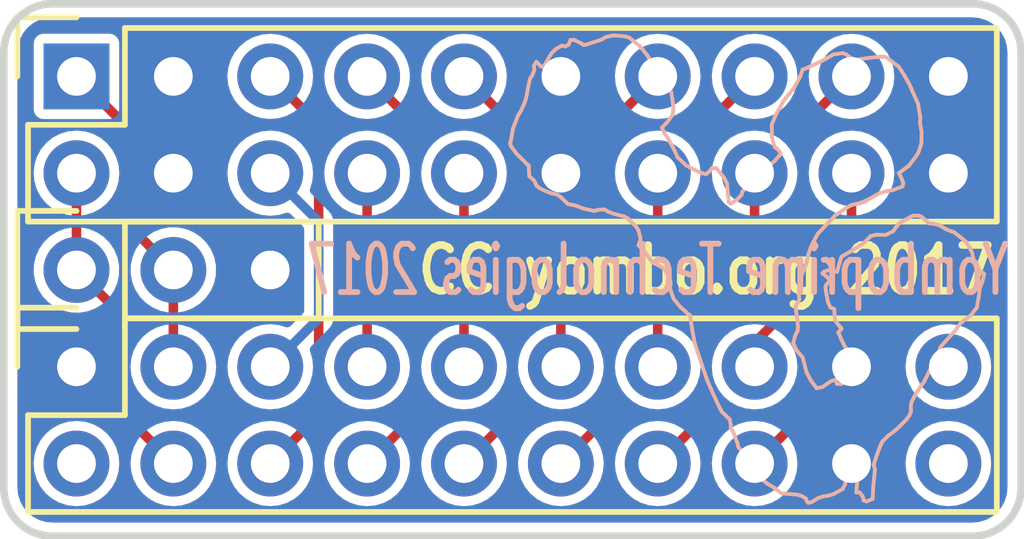
<source format=kicad_pcb>
(kicad_pcb (version 4) (host pcbnew 4.0.5+dfsg1-4)

  (general
    (links 25)
    (no_connects 0)
    (area 133.884999 84.354999 160.755001 98.525001)
    (thickness 1.6)
    (drawings 391)
    (tracks 46)
    (zones 0)
    (modules 3)
    (nets 19)
  )

  (page A4)
  (layers
    (0 F.Cu signal hide)
    (31 B.Cu signal hide)
    (32 B.Adhes user)
    (33 F.Adhes user)
    (34 B.Paste user)
    (35 F.Paste user)
    (36 B.SilkS user)
    (37 F.SilkS user)
    (38 B.Mask user)
    (39 F.Mask user)
    (40 Dwgs.User user)
    (41 Cmts.User user)
    (42 Eco1.User user)
    (43 Eco2.User user)
    (44 Edge.Cuts user)
    (45 Margin user)
    (46 B.CrtYd user)
    (47 F.CrtYd user)
    (48 B.Fab user)
    (49 F.Fab user)
  )

  (setup
    (last_trace_width 0.25)
    (trace_clearance 0.2)
    (zone_clearance 0.254)
    (zone_45_only no)
    (trace_min 0.2)
    (segment_width 0.2)
    (edge_width 0.2)
    (via_size 0.6)
    (via_drill 0.4)
    (via_min_size 0.4)
    (via_min_drill 0.3)
    (uvia_size 0.3)
    (uvia_drill 0.1)
    (uvias_allowed no)
    (uvia_min_size 0.2)
    (uvia_min_drill 0.1)
    (pcb_text_width 0.3)
    (pcb_text_size 1.5 1.5)
    (mod_edge_width 0.15)
    (mod_text_size 1 1)
    (mod_text_width 0.15)
    (pad_size 1.7272 1.7272)
    (pad_drill 1.016)
    (pad_to_mask_clearance 0.2)
    (aux_axis_origin 0 0)
    (visible_elements FFFFFF7F)
    (pcbplotparams
      (layerselection 0x00030_80000001)
      (usegerberextensions false)
      (excludeedgelayer true)
      (linewidth 0.100000)
      (plotframeref false)
      (viasonmask false)
      (mode 1)
      (useauxorigin false)
      (hpglpennumber 1)
      (hpglpenspeed 20)
      (hpglpendiameter 15)
      (hpglpenoverlay 2)
      (psnegative false)
      (psa4output false)
      (plotreference true)
      (plotvalue true)
      (plotinvisibletext false)
      (padsonsilk false)
      (subtractmaskfromsilk false)
      (outputformat 1)
      (mirror false)
      (drillshape 1)
      (scaleselection 1)
      (outputdirectory ""))
  )

  (net 0 "")
  (net 1 GND)
  (net 2 "Net-(CAM1-Pad20)")
  (net 3 /+3.3V)
  (net 4 /SDA)
  (net 5 /SCL)
  (net 6 /HREF)
  (net 7 /VSYNC)
  (net 8 /XCLK)
  (net 9 /PCLK)
  (net 10 /D6)
  (net 11 /D7)
  (net 12 /D4)
  (net 13 /D5)
  (net 14 /D2)
  (net 15 /D3)
  (net 16 /D0)
  (net 17 /D1)
  (net 18 /FREX)

  (net_class Default "Esta es la clase de red por defecto."
    (clearance 0.2)
    (trace_width 0.25)
    (via_dia 0.6)
    (via_drill 0.4)
    (uvia_dia 0.3)
    (uvia_drill 0.1)
    (add_net /+3.3V)
    (add_net /D0)
    (add_net /D1)
    (add_net /D2)
    (add_net /D3)
    (add_net /D4)
    (add_net /D5)
    (add_net /D6)
    (add_net /D7)
    (add_net /FREX)
    (add_net /HREF)
    (add_net /PCLK)
    (add_net /SCL)
    (add_net /SDA)
    (add_net /VSYNC)
    (add_net /XCLK)
    (add_net GND)
    (add_net "Net-(CAM1-Pad20)")
  )

  (module Socket_Strips:Socket_Strip_Straight_2x10 (layer F.Cu) (tedit 5A13F1F9) (tstamp 5A1B3BFD)
    (at 135.89 93.98)
    (descr "Through hole socket strip")
    (tags "socket strip")
    (path /5A13B658)
    (fp_text reference CAM1 (at 5.715 -1.905) (layer F.SilkS) hide
      (effects (font (size 1 1) (thickness 0.15)))
    )
    (fp_text value CONN_02X10 (at 0 -3.1) (layer F.Fab) hide
      (effects (font (size 1 1) (thickness 0.15)))
    )
    (fp_line (start -1.75 -1.75) (end -1.75 4.3) (layer F.CrtYd) (width 0.05))
    (fp_line (start 24.65 -1.75) (end 24.65 4.3) (layer F.CrtYd) (width 0.05))
    (fp_line (start -1.75 -1.75) (end 24.65 -1.75) (layer F.CrtYd) (width 0.05))
    (fp_line (start -1.75 4.3) (end 24.65 4.3) (layer F.CrtYd) (width 0.05))
    (fp_line (start 24.13 3.81) (end -1.27 3.81) (layer F.SilkS) (width 0.15))
    (fp_line (start 1.27 -1.27) (end 24.13 -1.27) (layer F.SilkS) (width 0.15))
    (fp_line (start 24.13 3.81) (end 24.13 -1.27) (layer F.SilkS) (width 0.15))
    (fp_line (start -1.27 3.81) (end -1.27 1.27) (layer F.SilkS) (width 0.15))
    (fp_line (start 0 -1.55) (end -1.55 -1.55) (layer F.SilkS) (width 0.15))
    (fp_line (start -1.27 1.27) (end 1.27 1.27) (layer F.SilkS) (width 0.15))
    (fp_line (start 1.27 1.27) (end 1.27 -1.27) (layer F.SilkS) (width 0.15))
    (fp_line (start -1.55 -1.55) (end -1.55 0) (layer F.SilkS) (width 0.15))
    (pad 1 thru_hole circle (at 0 0) (size 1.7272 1.7272) (drill 1.016) (layers *.Cu *.Mask)
      (net 1 GND))
    (pad 2 thru_hole oval (at 0 2.54) (size 1.7272 1.7272) (drill 1.016) (layers *.Cu *.Mask)
      (net 3 /+3.3V))
    (pad 3 thru_hole oval (at 2.54 0) (size 1.7272 1.7272) (drill 1.016) (layers *.Cu *.Mask)
      (net 4 /SDA))
    (pad 4 thru_hole oval (at 2.54 2.54) (size 1.7272 1.7272) (drill 1.016) (layers *.Cu *.Mask)
      (net 5 /SCL))
    (pad 5 thru_hole oval (at 5.08 0) (size 1.7272 1.7272) (drill 1.016) (layers *.Cu *.Mask)
      (net 6 /HREF))
    (pad 6 thru_hole oval (at 5.08 2.54) (size 1.7272 1.7272) (drill 1.016) (layers *.Cu *.Mask)
      (net 7 /VSYNC))
    (pad 7 thru_hole oval (at 7.62 0) (size 1.7272 1.7272) (drill 1.016) (layers *.Cu *.Mask)
      (net 8 /XCLK))
    (pad 8 thru_hole oval (at 7.62 2.54) (size 1.7272 1.7272) (drill 1.016) (layers *.Cu *.Mask)
      (net 9 /PCLK))
    (pad 9 thru_hole oval (at 10.16 0) (size 1.7272 1.7272) (drill 1.016) (layers *.Cu *.Mask)
      (net 10 /D6))
    (pad 10 thru_hole oval (at 10.16 2.54) (size 1.7272 1.7272) (drill 1.016) (layers *.Cu *.Mask)
      (net 11 /D7))
    (pad 11 thru_hole oval (at 12.7 0) (size 1.7272 1.7272) (drill 1.016) (layers *.Cu *.Mask)
      (net 12 /D4))
    (pad 12 thru_hole oval (at 12.7 2.54) (size 1.7272 1.7272) (drill 1.016) (layers *.Cu *.Mask)
      (net 13 /D5))
    (pad 13 thru_hole oval (at 15.24 0) (size 1.7272 1.7272) (drill 1.016) (layers *.Cu *.Mask)
      (net 14 /D2))
    (pad 14 thru_hole oval (at 15.24 2.54) (size 1.7272 1.7272) (drill 1.016) (layers *.Cu *.Mask)
      (net 15 /D3))
    (pad 15 thru_hole oval (at 17.78 0) (size 1.7272 1.7272) (drill 1.016) (layers *.Cu *.Mask)
      (net 16 /D0))
    (pad 16 thru_hole oval (at 17.78 2.54) (size 1.7272 1.7272) (drill 1.016) (layers *.Cu *.Mask)
      (net 17 /D1))
    (pad 17 thru_hole oval (at 20.32 0) (size 1.7272 1.7272) (drill 1.016) (layers *.Cu *.Mask)
      (net 1 GND))
    (pad 18 thru_hole oval (at 20.32 2.54) (size 1.7272 1.7272) (drill 1.016) (layers *.Cu *.Mask)
      (net 1 GND))
    (pad 19 thru_hole oval (at 22.86 0) (size 1.7272 1.7272) (drill 1.016) (layers *.Cu *.Mask)
      (net 18 /FREX))
    (pad 20 thru_hole oval (at 22.86 2.54) (size 1.7272 1.7272) (drill 1.016) (layers *.Cu *.Mask)
      (net 2 "Net-(CAM1-Pad20)"))
    (model Socket_Strips.3dshapes/Socket_Strip_Straight_2x10.wrl
      (at (xyz 0.45 -0.05 0))
      (scale (xyz 1 1 1))
      (rotate (xyz 0 0 180))
    )
  )

  (module Socket_Strips:Socket_Strip_Straight_2x10 (layer F.Cu) (tedit 5A13F1F1) (tstamp 5A1B3C21)
    (at 135.89 86.36)
    (descr "Through hole socket strip")
    (tags "socket strip")
    (path /5A13B7FD)
    (fp_text reference FPGA1 (at 6.35 4.445) (layer F.SilkS) hide
      (effects (font (size 1 1) (thickness 0.15)))
    )
    (fp_text value CONN_02X10 (at 0 -3.1) (layer F.Fab) hide
      (effects (font (size 1 1) (thickness 0.15)))
    )
    (fp_line (start -1.75 -1.75) (end -1.75 4.3) (layer F.CrtYd) (width 0.05))
    (fp_line (start 24.65 -1.75) (end 24.65 4.3) (layer F.CrtYd) (width 0.05))
    (fp_line (start -1.75 -1.75) (end 24.65 -1.75) (layer F.CrtYd) (width 0.05))
    (fp_line (start -1.75 4.3) (end 24.65 4.3) (layer F.CrtYd) (width 0.05))
    (fp_line (start 24.13 3.81) (end -1.27 3.81) (layer F.SilkS) (width 0.15))
    (fp_line (start 1.27 -1.27) (end 24.13 -1.27) (layer F.SilkS) (width 0.15))
    (fp_line (start 24.13 3.81) (end 24.13 -1.27) (layer F.SilkS) (width 0.15))
    (fp_line (start -1.27 3.81) (end -1.27 1.27) (layer F.SilkS) (width 0.15))
    (fp_line (start 0 -1.55) (end -1.55 -1.55) (layer F.SilkS) (width 0.15))
    (fp_line (start -1.27 1.27) (end 1.27 1.27) (layer F.SilkS) (width 0.15))
    (fp_line (start 1.27 1.27) (end 1.27 -1.27) (layer F.SilkS) (width 0.15))
    (fp_line (start -1.55 -1.55) (end -1.55 0) (layer F.SilkS) (width 0.15))
    (pad 1 thru_hole rect (at 0 0) (size 1.7272 1.7272) (drill 1.016) (layers *.Cu *.Mask)
      (net 4 /SDA))
    (pad 2 thru_hole oval (at 0 2.54) (size 1.7272 1.7272) (drill 1.016) (layers *.Cu *.Mask)
      (net 5 /SCL))
    (pad 3 thru_hole oval (at 2.54 0) (size 1.7272 1.7272) (drill 1.016) (layers *.Cu *.Mask)
      (net 1 GND))
    (pad 4 thru_hole oval (at 2.54 2.54) (size 1.7272 1.7272) (drill 1.016) (layers *.Cu *.Mask)
      (net 1 GND))
    (pad 5 thru_hole oval (at 5.08 0) (size 1.7272 1.7272) (drill 1.016) (layers *.Cu *.Mask)
      (net 7 /VSYNC))
    (pad 6 thru_hole oval (at 5.08 2.54) (size 1.7272 1.7272) (drill 1.016) (layers *.Cu *.Mask)
      (net 6 /HREF))
    (pad 7 thru_hole oval (at 7.62 0) (size 1.7272 1.7272) (drill 1.016) (layers *.Cu *.Mask)
      (net 9 /PCLK))
    (pad 8 thru_hole oval (at 7.62 2.54) (size 1.7272 1.7272) (drill 1.016) (layers *.Cu *.Mask)
      (net 8 /XCLK))
    (pad 9 thru_hole oval (at 10.16 0) (size 1.7272 1.7272) (drill 1.016) (layers *.Cu *.Mask)
      (net 11 /D7))
    (pad 10 thru_hole oval (at 10.16 2.54) (size 1.7272 1.7272) (drill 1.016) (layers *.Cu *.Mask)
      (net 10 /D6))
    (pad 11 thru_hole oval (at 12.7 0) (size 1.7272 1.7272) (drill 1.016) (layers *.Cu *.Mask)
      (net 1 GND))
    (pad 12 thru_hole oval (at 12.7 2.54) (size 1.7272 1.7272) (drill 1.016) (layers *.Cu *.Mask)
      (net 1 GND))
    (pad 13 thru_hole oval (at 15.24 0) (size 1.7272 1.7272) (drill 1.016) (layers *.Cu *.Mask)
      (net 12 /D4))
    (pad 14 thru_hole oval (at 15.24 2.54) (size 1.7272 1.7272) (drill 1.016) (layers *.Cu *.Mask)
      (net 13 /D5))
    (pad 15 thru_hole oval (at 17.78 0) (size 1.7272 1.7272) (drill 1.016) (layers *.Cu *.Mask)
      (net 14 /D2))
    (pad 16 thru_hole oval (at 17.78 2.54) (size 1.7272 1.7272) (drill 1.016) (layers *.Cu *.Mask)
      (net 15 /D3))
    (pad 17 thru_hole oval (at 20.32 0) (size 1.7272 1.7272) (drill 1.016) (layers *.Cu *.Mask)
      (net 16 /D0))
    (pad 18 thru_hole oval (at 20.32 2.54) (size 1.7272 1.7272) (drill 1.016) (layers *.Cu *.Mask)
      (net 17 /D1))
    (pad 19 thru_hole oval (at 22.86 0) (size 1.7272 1.7272) (drill 1.016) (layers *.Cu *.Mask)
      (net 1 GND))
    (pad 20 thru_hole oval (at 22.86 2.54) (size 1.7272 1.7272) (drill 1.016) (layers *.Cu *.Mask)
      (net 1 GND))
    (model Socket_Strips.3dshapes/Socket_Strip_Straight_2x10.wrl
      (at (xyz 0.45 -0.05 0))
      (scale (xyz 1 1 1))
      (rotate (xyz 0 0 180))
    )
  )

  (module Socket_Strips:Socket_Strip_Straight_1x03 (layer F.Cu) (tedit 5A13EFE4) (tstamp 5A1BA61F)
    (at 135.89 91.44)
    (descr "Through hole socket strip")
    (tags "socket strip")
    (path /5A13F1D0)
    (fp_text reference EXT1 (at 0 -5.1) (layer F.SilkS) hide
      (effects (font (size 1 1) (thickness 0.15)))
    )
    (fp_text value CONN_01X03 (at 0 -3.1) (layer F.Fab) hide
      (effects (font (size 1 1) (thickness 0.15)))
    )
    (fp_line (start 0 -1.55) (end -1.55 -1.55) (layer F.SilkS) (width 0.15))
    (fp_line (start -1.55 -1.55) (end -1.55 1.55) (layer F.SilkS) (width 0.15))
    (fp_line (start -1.55 1.55) (end 0 1.55) (layer F.SilkS) (width 0.15))
    (fp_line (start -1.75 -1.75) (end -1.75 1.75) (layer F.CrtYd) (width 0.05))
    (fp_line (start 6.85 -1.75) (end 6.85 1.75) (layer F.CrtYd) (width 0.05))
    (fp_line (start -1.75 -1.75) (end 6.85 -1.75) (layer F.CrtYd) (width 0.05))
    (fp_line (start -1.75 1.75) (end 6.85 1.75) (layer F.CrtYd) (width 0.05))
    (fp_line (start 1.27 -1.27) (end 6.35 -1.27) (layer F.SilkS) (width 0.15))
    (fp_line (start 6.35 -1.27) (end 6.35 1.27) (layer F.SilkS) (width 0.15))
    (fp_line (start 6.35 1.27) (end 1.27 1.27) (layer F.SilkS) (width 0.15))
    (fp_line (start 1.27 1.27) (end 1.27 -1.27) (layer F.SilkS) (width 0.15))
    (pad 1 thru_hole circle (at 0 0) (size 1.7272 1.7272) (drill 1.016) (layers *.Cu *.Mask)
      (net 5 /SCL))
    (pad 2 thru_hole circle (at 2.54 0) (size 1.7272 1.7272) (drill 1.016) (layers *.Cu *.Mask)
      (net 4 /SDA))
    (pad 3 thru_hole circle (at 5.08 0) (size 1.7272 1.7272) (drill 1.016) (layers *.Cu *.Mask)
      (net 1 GND))
    (model Socket_Strips.3dshapes/Socket_Strip_Straight_1x03.wrl
      (at (xyz 0.1 0 0))
      (scale (xyz 1 1 1))
      (rotate (xyz 0 0 180))
    )
  )

  (gr_arc (start 135.255 97.155) (end 135.255 98.425) (angle 90) (layer Edge.Cuts) (width 0.2))
  (gr_arc (start 159.385 97.155) (end 160.655 97.155) (angle 90) (layer Edge.Cuts) (width 0.2))
  (gr_arc (start 159.385 85.725) (end 159.385 84.455) (angle 90) (layer Edge.Cuts) (width 0.2))
  (gr_arc (start 135.255 85.725) (end 133.985 85.725) (angle 90) (layer Edge.Cuts) (width 0.2))
  (gr_text "CC yombo.org 2017" (at 152.4 91.44) (layer F.SilkS)
    (effects (font (size 1.2 1) (thickness 0.2)))
  )
  (gr_text "Yomboprime Technologies 2017" (at 151.13 91.44) (layer B.SilkS)
    (effects (font (size 1.27 0.762) (thickness 0.1524)) (justify mirror))
  )
  (gr_line (start 155.1688 97.53096) (end 155.168586 97.53101) (layer B.SilkS) (width 0.1))
  (gr_line (start 155.074231 97.551985) (end 155.1688 97.53096) (layer B.SilkS) (width 0.1))
  (gr_line (start 155.034093 97.502579) (end 155.074231 97.551985) (layer B.SilkS) (width 0.1))
  (gr_line (start 155.013067 97.435599) (end 155.034093 97.502579) (layer B.SilkS) (width 0.1))
  (gr_line (start 154.898194 97.36814) (end 155.013067 97.435599) (layer B.SilkS) (width 0.1))
  (gr_line (start 154.776001 97.33376) (end 154.898194 97.36814) (layer B.SilkS) (width 0.1))
  (gr_line (start 154.380692 97.303553) (end 154.776001 97.33376) (layer B.SilkS) (width 0.1))
  (gr_line (start 154.233581 97.197144) (end 154.380692 97.303553) (layer B.SilkS) (width 0.1))
  (gr_line (start 154.159345 97.13794) (end 154.233581 97.197144) (layer B.SilkS) (width 0.1))
  (gr_line (start 154.000962 97.047036) (end 154.159345 97.13794) (layer B.SilkS) (width 0.1))
  (gr_line (start 153.806579 96.889367) (end 154.000962 97.047036) (layer B.SilkS) (width 0.1))
  (gr_line (start 153.718689 96.714914) (end 153.806579 96.889367) (layer B.SilkS) (width 0.1))
  (gr_line (start 153.661042 96.617375) (end 153.718689 96.714914) (layer B.SilkS) (width 0.1))
  (gr_line (start 153.239625 96.081235) (end 153.661042 96.617375) (layer B.SilkS) (width 0.1))
  (gr_line (start 153.221281 95.989408) (end 153.239625 96.081235) (layer B.SilkS) (width 0.1))
  (gr_line (start 153.103989 95.680781) (end 153.221281 95.989408) (layer B.SilkS) (width 0.1))
  (gr_line (start 153.046193 95.594811) (end 153.103989 95.680781) (layer B.SilkS) (width 0.1))
  (gr_line (start 153.046193 95.505024) (end 153.046193 95.594811) (layer B.SilkS) (width 0.1))
  (gr_line (start 153.017293 95.358991) (end 153.046193 95.505024) (layer B.SilkS) (width 0.1))
  (gr_line (start 152.922461 95.269479) (end 153.017293 95.358991) (layer B.SilkS) (width 0.1))
  (gr_line (start 152.804506 95.151011) (end 152.922461 95.269479) (layer B.SilkS) (width 0.1))
  (gr_line (start 152.783481 95.109603) (end 152.804506 95.151011) (layer B.SilkS) (width 0.1))
  (gr_line (start 152.762455 95.069959) (end 152.783481 95.109603) (layer B.SilkS) (width 0.1))
  (gr_line (start 152.741232 95.030053) (end 152.762455 95.069959) (layer B.SilkS) (width 0.1))
  (gr_line (start 152.693108 94.931439) (end 152.741232 95.030053) (layer B.SilkS) (width 0.1))
  (gr_line (start 152.652959 94.844035) (end 152.693108 94.931439) (layer B.SilkS) (width 0.1))
  (gr_line (start 152.615062 94.759972) (end 152.652959 94.844035) (layer B.SilkS) (width 0.1))
  (gr_line (start 152.508303 94.520814) (end 152.615062 94.759972) (layer B.SilkS) (width 0.1))
  (gr_line (start 152.426196 94.33236) (end 152.508303 94.520814) (layer B.SilkS) (width 0.1))
  (gr_line (start 152.405481 94.271967) (end 152.426196 94.33236) (layer B.SilkS) (width 0.1))
  (gr_line (start 152.28399 93.915896) (end 152.405481 94.271967) (layer B.SilkS) (width 0.1))
  (gr_line (start 152.268298 93.871875) (end 152.28399 93.915896) (layer B.SilkS) (width 0.1))
  (gr_line (start 152.252578 93.82208) (end 152.268298 93.871875) (layer B.SilkS) (width 0.1))
  (gr_line (start 152.221754 93.724933) (end 152.252578 93.82208) (layer B.SilkS) (width 0.1))
  (gr_line (start 152.142658 93.499011) (end 152.221754 93.724933) (layer B.SilkS) (width 0.1))
  (gr_line (start 152.099645 93.3519) (end 152.142658 93.499011) (layer B.SilkS) (width 0.1))
  (gr_line (start 152.037677 93.031406) (end 152.099645 93.3519) (layer B.SilkS) (width 0.1))
  (gr_line (start 151.975162 92.622573) (end 152.037677 93.031406) (layer B.SilkS) (width 0.1))
  (gr_line (start 151.934009 92.602479) (end 151.975162 92.622573) (layer B.SilkS) (width 0.1))
  (gr_line (start 151.849579 92.522554) (end 151.934009 92.602479) (layer B.SilkS) (width 0.1))
  (gr_line (start 151.725418 92.414197) (end 151.849579 92.522554) (layer B.SilkS) (width 0.1))
  (gr_line (start 151.554022 92.20649) (end 151.725418 92.414197) (layer B.SilkS) (width 0.1))
  (gr_line (start 151.512586 92.107399) (end 151.554022 92.20649) (layer B.SilkS) (width 0.1))
  (gr_line (start 151.448951 91.918276) (end 151.512586 92.107399) (layer B.SilkS) (width 0.1))
  (gr_line (start 151.464699 91.828228) (end 151.448951 91.918276) (layer B.SilkS) (width 0.1))
  (gr_line (start 151.464761 91.747992) (end 151.464699 91.828228) (layer B.SilkS) (width 0.1))
  (gr_line (start 151.448984 91.693055) (end 151.464761 91.747992) (layer B.SilkS) (width 0.1))
  (gr_line (start 151.426802 91.624751) (end 151.448984 91.693055) (layer B.SilkS) (width 0.1))
  (gr_line (start 151.307453 91.414558) (end 151.426802 91.624751) (layer B.SilkS) (width 0.1))
  (gr_line (start 151.118096 91.302673) (end 151.307453 91.414558) (layer B.SilkS) (width 0.1))
  (gr_line (start 150.996873 91.244888) (end 151.118096 91.302673) (layer B.SilkS) (width 0.1))
  (gr_line (start 150.795146 90.975177) (end 150.996873 91.244888) (layer B.SilkS) (width 0.1))
  (gr_line (start 150.625531 90.793903) (end 150.795146 90.975177) (layer B.SilkS) (width 0.1))
  (gr_line (start 150.650761 90.727951) (end 150.625531 90.793903) (layer B.SilkS) (width 0.1))
  (gr_line (start 150.678786 90.61165) (end 150.650761 90.727951) (layer B.SilkS) (width 0.1))
  (gr_line (start 150.627924 90.410857) (end 150.678786 90.61165) (layer B.SilkS) (width 0.1))
  (gr_line (start 150.608281 90.377035) (end 150.627924 90.410857) (layer B.SilkS) (width 0.1))
  (gr_line (start 150.56362 90.303186) (end 150.608281 90.377035) (layer B.SilkS) (width 0.1))
  (gr_line (start 150.341505 90.084405) (end 150.56362 90.303186) (layer B.SilkS) (width 0.1))
  (gr_line (start 150.247672 90.032679) (end 150.341505 90.084405) (layer B.SilkS) (width 0.1))
  (gr_line (start 150.023743 89.978876) (end 150.247672 90.032679) (layer B.SilkS) (width 0.1))
  (gr_line (start 149.832356 89.91171) (end 150.023743 89.978876) (layer B.SilkS) (width 0.1))
  (gr_line (start 149.734098 89.852099) (end 149.832356 89.91171) (layer B.SilkS) (width 0.1))
  (gr_line (start 149.568484 89.857518) (end 149.734098 89.852099) (layer B.SilkS) (width 0.1))
  (gr_line (start 149.530384 89.873859) (end 149.568484 89.857518) (layer B.SilkS) (width 0.1))
  (gr_line (start 149.458612 89.889607) (end 149.530384 89.873859) (layer B.SilkS) (width 0.1))
  (gr_line (start 149.185094 89.831034) (end 149.458612 89.889607) (layer B.SilkS) (width 0.1))
  (gr_line (start 148.971398 89.747736) (end 149.185094 89.831034) (layer B.SilkS) (width 0.1))
  (gr_line (start 148.856172 89.726626) (end 148.971398 89.747736) (layer B.SilkS) (width 0.1))
  (gr_line (start 148.770258 89.705601) (end 148.856172 89.726626) (layer B.SilkS) (width 0.1))
  (gr_line (start 148.608638 89.54595) (end 148.770258 89.705601) (layer B.SilkS) (width 0.1))
  (gr_line (start 148.493237 89.45895) (end 148.608638 89.54595) (layer B.SilkS) (width 0.1))
  (gr_line (start 148.341453 89.430112) (end 148.493237 89.45895) (layer B.SilkS) (width 0.1))
  (gr_line (start 148.147055 89.351793) (end 148.341453 89.430112) (layer B.SilkS) (width 0.1))
  (gr_line (start 148.020097 89.284624) (end 148.147055 89.351793) (layer B.SilkS) (width 0.1))
  (gr_line (start 147.949169 89.224866) (end 148.020097 89.284624) (layer B.SilkS) (width 0.1))
  (gr_line (start 147.918232 89.153317) (end 147.949169 89.224866) (layer B.SilkS) (width 0.1))
  (gr_line (start 147.888161 89.09271) (end 147.918232 89.153317) (layer B.SilkS) (width 0.1))
  (gr_line (start 147.761819 88.980549) (end 147.888161 89.09271) (layer B.SilkS) (width 0.1))
  (gr_line (start 147.752957 88.841318) (end 147.761819 88.980549) (layer B.SilkS) (width 0.1))
  (gr_line (start 147.751264 88.702086) (end 147.752957 88.841318) (layer B.SilkS) (width 0.1))
  (gr_line (start 147.70069 88.660422) (end 147.751264 88.702086) (layer B.SilkS) (width 0.1))
  (gr_line (start 147.429178 88.390803) (end 147.70069 88.660422) (layer B.SilkS) (width 0.1))
  (gr_line (start 147.285194 88.194346) (end 147.429178 88.390803) (layer B.SilkS) (width 0.1))
  (gr_line (start 147.257056 88.118151) (end 147.285194 88.194346) (layer B.SilkS) (width 0.1))
  (gr_line (start 147.276727 88.063355) (end 147.257056 88.118151) (layer B.SilkS) (width 0.1))
  (gr_line (start 147.333146 87.735819) (end 147.276727 88.063355) (layer B.SilkS) (width 0.1))
  (gr_line (start 147.46285 87.395939) (end 147.333146 87.735819) (layer B.SilkS) (width 0.1))
  (gr_line (start 147.546241 87.259643) (end 147.46285 87.395939) (layer B.SilkS) (width 0.1))
  (gr_line (start 147.629739 87.073345) (end 147.546241 87.259643) (layer B.SilkS) (width 0.1))
  (gr_line (start 147.67146 86.952503) (end 147.629739 87.073345) (layer B.SilkS) (width 0.1))
  (gr_line (start 147.706263 86.794882) (end 147.67146 86.952503) (layer B.SilkS) (width 0.1))
  (gr_line (start 147.729039 86.653026) (end 147.706263 86.794882) (layer B.SilkS) (width 0.1))
  (gr_line (start 147.774945 86.442863) (end 147.729039 86.653026) (layer B.SilkS) (width 0.1))
  (gr_line (start 147.791907 86.398817) (end 147.774945 86.442863) (layer B.SilkS) (width 0.1))
  (gr_line (start 147.844806 86.325916) (end 147.791907 86.398817) (layer B.SilkS) (width 0.1))
  (gr_line (start 147.895824 86.182589) (end 147.844806 86.325916) (layer B.SilkS) (width 0.1))
  (gr_line (start 147.881487 86.084097) (end 147.895824 86.182589) (layer B.SilkS) (width 0.1))
  (gr_line (start 147.947569 85.975261) (end 147.881487 86.084097) (layer B.SilkS) (width 0.1))
  (gr_line (start 148.07044 86.101394) (end 147.947569 85.975261) (layer B.SilkS) (width 0.1))
  (gr_line (start 148.132981 86.114489) (end 148.07044 86.101394) (layer B.SilkS) (width 0.1))
  (gr_line (start 148.255262 85.906957) (end 148.132981 86.114489) (layer B.SilkS) (width 0.1))
  (gr_line (start 148.295902 85.830619) (end 148.255262 85.906957) (layer B.SilkS) (width 0.1))
  (gr_line (start 148.346377 85.751808) (end 148.295902 85.830619) (layer B.SilkS) (width 0.1))
  (gr_line (start 148.458891 85.642687) (end 148.346377 85.751808) (layer B.SilkS) (width 0.1))
  (gr_line (start 148.612434 85.55366) (end 148.458891 85.642687) (layer B.SilkS) (width 0.1))
  (gr_line (start 148.706185 85.571525) (end 148.612434 85.55366) (layer B.SilkS) (width 0.1))
  (gr_line (start 148.789339 85.532262) (end 148.706185 85.571525) (layer B.SilkS) (width 0.1))
  (gr_line (start 148.839976 85.406873) (end 148.789339 85.532262) (layer B.SilkS) (width 0.1))
  (gr_line (start 148.928263 85.397306) (end 148.839976 85.406873) (layer B.SilkS) (width 0.1))
  (gr_line (start 149.1303 85.493916) (end 148.928263 85.397306) (layer B.SilkS) (width 0.1))
  (gr_line (start 149.170904 85.533834) (end 149.1303 85.493916) (layer B.SilkS) (width 0.1))
  (gr_line (start 149.245887 85.528133) (end 149.170904 85.533834) (layer B.SilkS) (width 0.1))
  (gr_line (start 149.65553 85.3957) (end 149.245887 85.528133) (layer B.SilkS) (width 0.1))
  (gr_line (start 149.776372 85.3223) (end 149.65553 85.3957) (layer B.SilkS) (width 0.1))
  (gr_line (start 149.967117 85.284223) (end 149.776372 85.3223) (layer B.SilkS) (width 0.1))
  (gr_line (start 150.159539 85.296471) (end 149.967117 85.284223) (layer B.SilkS) (width 0.1))
  (gr_line (start 150.280463 85.313263) (end 150.159539 85.296471) (layer B.SilkS) (width 0.1))
  (gr_line (start 150.382266 85.34109) (end 150.280463 85.313263) (layer B.SilkS) (width 0.1))
  (gr_line (start 150.658474 85.563318) (end 150.382266 85.34109) (layer B.SilkS) (width 0.1))
  (gr_line (start 150.836322 85.780688) (end 150.658474 85.563318) (layer B.SilkS) (width 0.1))
  (gr_line (start 150.886324 85.854436) (end 150.836322 85.780688) (layer B.SilkS) (width 0.1))
  (gr_line (start 150.990879 86.073494) (end 150.886324 85.854436) (layer B.SilkS) (width 0.1))
  (gr_line (start 151.094527 86.279586) (end 150.990879 86.073494) (layer B.SilkS) (width 0.1))
  (gr_line (start 151.254849 86.326624) (end 151.094527 86.279586) (layer B.SilkS) (width 0.1))
  (gr_line (start 151.363714 86.460138) (end 151.254849 86.326624) (layer B.SilkS) (width 0.1))
  (gr_line (start 151.401272 86.56898) (end 151.363714 86.460138) (layer B.SilkS) (width 0.1))
  (gr_line (start 151.469824 86.735751) (end 151.401272 86.56898) (layer B.SilkS) (width 0.1))
  (gr_line (start 151.484753 86.776123) (end 151.469824 86.735751) (layer B.SilkS) (width 0.1))
  (gr_line (start 151.52847 87.052348) (end 151.484753 86.776123) (layer B.SilkS) (width 0.1))
  (gr_line (start 151.538065 87.23251) (end 151.52847 87.052348) (layer B.SilkS) (width 0.1))
  (gr_line (start 151.522938 87.367717) (end 151.538065 87.23251) (layer B.SilkS) (width 0.1))
  (gr_line (start 151.360107 87.581796) (end 151.522938 87.367717) (layer B.SilkS) (width 0.1))
  (gr_line (start 151.238588 87.70298) (end 151.360107 87.581796) (layer B.SilkS) (width 0.1))
  (gr_line (start 151.313715 87.864908) (end 151.238588 87.70298) (layer B.SilkS) (width 0.1))
  (gr_line (start 151.37474 87.946436) (end 151.313715 87.864908) (layer B.SilkS) (width 0.1))
  (gr_line (start 151.404128 87.994185) (end 151.37474 87.946436) (layer B.SilkS) (width 0.1))
  (gr_line (start 151.589782 88.343763) (end 151.404128 87.994185) (layer B.SilkS) (width 0.1))
  (gr_line (start 151.6484 88.481882) (end 151.589782 88.343763) (layer B.SilkS) (width 0.1))
  (gr_line (start 151.878335 88.697802) (end 151.6484 88.481882) (layer B.SilkS) (width 0.1))
  (gr_line (start 152.003481 88.76989) (end 151.878335 88.697802) (layer B.SilkS) (width 0.1))
  (gr_line (start 152.124323 88.828327) (end 152.003481 88.76989) (layer B.SilkS) (width 0.1))
  (gr_line (start 152.313753 88.906124) (end 152.124323 88.828327) (layer B.SilkS) (width 0.1))
  (gr_line (start 152.402989 88.925993) (end 152.313753 88.906124) (layer B.SilkS) (width 0.1))
  (gr_line (start 152.478576 88.854472) (end 152.402989 88.925993) (layer B.SilkS) (width 0.1))
  (gr_line (start 152.553416 88.765834) (end 152.478576 88.854472) (layer B.SilkS) (width 0.1))
  (gr_line (start 152.663624 88.764988) (end 152.553416 88.765834) (layer B.SilkS) (width 0.1))
  (gr_line (start 152.877334 89.030782) (end 152.663624 88.764988) (layer B.SilkS) (width 0.1))
  (gr_line (start 152.945279 89.167386) (end 152.877334 89.030782) (layer B.SilkS) (width 0.1))
  (gr_line (start 152.972993 89.463897) (end 152.945279 89.167386) (layer B.SilkS) (width 0.1))
  (gr_line (start 152.995232 89.669245) (end 152.972993 89.463897) (layer B.SilkS) (width 0.1))
  (gr_line (start 153.043433 89.705581) (end 152.995232 89.669245) (layer B.SilkS) (width 0.1))
  (gr_line (start 153.100329 89.662909) (end 153.043433 89.705581) (layer B.SilkS) (width 0.1))
  (gr_line (start 153.211663 89.587753) (end 153.100329 89.662909) (layer B.SilkS) (width 0.1))
  (gr_line (start 153.329688 89.466982) (end 153.211663 89.587753) (layer B.SilkS) (width 0.1))
  (gr_line (start 153.343827 89.387375) (end 153.329688 89.466982) (layer B.SilkS) (width 0.1))
  (gr_line (start 153.529953 89.195577) (end 153.343827 89.387375) (layer B.SilkS) (width 0.1))
  (gr_line (start 153.672326 89.063957) (end 153.529953 89.195577) (layer B.SilkS) (width 0.1))
  (gr_line (start 153.764477 88.969785) (end 153.672326 89.063957) (layer B.SilkS) (width 0.1))
  (gr_line (start 153.802557 88.949014) (end 153.764477 88.969785) (layer B.SilkS) (width 0.1))
  (gr_line (start 153.845683 88.928242) (end 153.802557 88.949014) (layer B.SilkS) (width 0.1))
  (gr_line (start 153.966517 88.786739) (end 153.845683 88.928242) (layer B.SilkS) (width 0.1))
  (gr_line (start 154.210345 88.562612) (end 153.966517 88.786739) (layer B.SilkS) (width 0.1))
  (gr_line (start 154.354448 88.393705) (end 154.210345 88.562612) (layer B.SilkS) (width 0.1))
  (gr_line (start 154.314 88.313012) (end 154.354448 88.393705) (layer B.SilkS) (width 0.1))
  (gr_line (start 154.196096 88.209247) (end 154.314 88.313012) (layer B.SilkS) (width 0.1))
  (gr_line (start 154.12584 87.974509) (end 154.196096 88.209247) (layer B.SilkS) (width 0.1))
  (gr_line (start 154.118784 87.628645) (end 154.12584 87.974509) (layer B.SilkS) (width 0.1))
  (gr_line (start 154.195935 87.43615) (end 154.118784 87.628645) (layer B.SilkS) (width 0.1))
  (gr_line (start 154.275798 87.27057) (end 154.195935 87.43615) (layer B.SilkS) (width 0.1))
  (gr_line (start 154.322314 87.207522) (end 154.275798 87.27057) (layer B.SilkS) (width 0.1))
  (gr_line (start 154.373416 87.101375) (end 154.322314 87.207522) (layer B.SilkS) (width 0.1))
  (gr_line (start 154.43167 86.996295) (end 154.373416 87.101375) (layer B.SilkS) (width 0.1))
  (gr_line (start 154.495373 86.915727) (end 154.43167 86.996295) (layer B.SilkS) (width 0.1))
  (gr_line (start 154.591317 86.800546) (end 154.495373 86.915727) (layer B.SilkS) (width 0.1))
  (gr_line (start 154.700997 86.669197) (end 154.591317 86.800546) (layer B.SilkS) (width 0.1))
  (gr_line (start 154.863919 86.37073) (end 154.700997 86.669197) (layer B.SilkS) (width 0.1))
  (gr_line (start 154.928621 86.180546) (end 154.863919 86.37073) (layer B.SilkS) (width 0.1))
  (gr_line (start 155.000475 86.155203) (end 154.928621 86.180546) (layer B.SilkS) (width 0.1))
  (gr_line (start 155.248672 86.041289) (end 155.000475 86.155203) (layer B.SilkS) (width 0.1))
  (gr_line (start 155.369514 85.986961) (end 155.248672 86.041289) (layer B.SilkS) (width 0.1))
  (gr_line (start 155.58367 85.874386) (end 155.369514 85.986961) (layer B.SilkS) (width 0.1))
  (gr_line (start 155.730781 85.785387) (end 155.58367 85.874386) (layer B.SilkS) (width 0.1))
  (gr_line (start 155.973501 85.749144) (end 155.730781 85.785387) (layer B.SilkS) (width 0.1))
  (gr_line (start 156.0576 85.776548) (end 155.973501 85.749144) (layer B.SilkS) (width 0.1))
  (gr_line (start 156.208611 85.882607) (end 156.0576 85.776548) (layer B.SilkS) (width 0.1))
  (gr_line (start 156.30617 85.927492) (end 156.208611 85.882607) (layer B.SilkS) (width 0.1))
  (gr_line (start 156.471595 85.901584) (end 156.30617 85.927492) (layer B.SilkS) (width 0.1))
  (gr_line (start 156.713278 85.869046) (end 156.471595 85.901584) (layer B.SilkS) (width 0.1))
  (gr_line (start 156.954965 85.844606) (end 156.713278 85.869046) (layer B.SilkS) (width 0.1))
  (gr_line (start 157.086314 85.844479) (end 156.954965 85.844606) (layer B.SilkS) (width 0.1))
  (gr_line (start 157.165125 85.889344) (end 157.086314 85.844479) (layer B.SilkS) (width 0.1))
  (gr_line (start 157.44759 86.104202) (end 157.165125 85.889344) (layer B.SilkS) (width 0.1))
  (gr_line (start 157.51869 86.21292) (end 157.44759 86.104202) (layer B.SilkS) (width 0.1))
  (gr_line (start 157.599151 86.339183) (end 157.51869 86.21292) (layer B.SilkS) (width 0.1))
  (gr_line (start 157.732558 86.575372) (end 157.599151 86.339183) (layer B.SilkS) (width 0.1))
  (gr_line (start 157.774499 86.670986) (end 157.732558 86.575372) (layer B.SilkS) (width 0.1))
  (gr_line (start 157.81653 86.771395) (end 157.774499 86.670986) (layer B.SilkS) (width 0.1))
  (gr_line (start 157.953524 87.073373) (end 157.81653 86.771395) (layer B.SilkS) (width 0.1))
  (gr_line (start 158.015488 87.441154) (end 157.953524 87.073373) (layer B.SilkS) (width 0.1))
  (gr_line (start 158.004171 87.567251) (end 158.015488 87.441154) (layer B.SilkS) (width 0.1))
  (gr_line (start 158.049282 87.821784) (end 158.004171 87.567251) (layer B.SilkS) (width 0.1))
  (gr_line (start 158.043327 88.100194) (end 158.049282 87.821784) (layer B.SilkS) (width 0.1))
  (gr_line (start 158.02676 88.17544) (end 158.043327 88.100194) (layer B.SilkS) (width 0.1))
  (gr_line (start 157.964474 88.355351) (end 158.02676 88.17544) (layer B.SilkS) (width 0.1))
  (gr_line (start 157.921587 88.428669) (end 157.964474 88.355351) (layer B.SilkS) (width 0.1))
  (gr_line (start 157.712709 88.707448) (end 157.921587 88.428669) (layer B.SilkS) (width 0.1))
  (gr_line (start 157.557716 88.82023) (end 157.712709 88.707448) (layer B.SilkS) (width 0.1))
  (gr_line (start 157.44882 88.898151) (end 157.557716 88.82023) (layer B.SilkS) (width 0.1))
  (gr_line (start 157.481027 88.945534) (end 157.44882 88.898151) (layer B.SilkS) (width 0.1))
  (gr_line (start 157.564407 89.142437) (end 157.481027 88.945534) (layer B.SilkS) (width 0.1))
  (gr_line (start 157.553146 89.244658) (end 157.564407 89.142437) (layer B.SilkS) (width 0.1))
  (gr_line (start 157.28593 89.34879) (end 157.553146 89.244658) (layer B.SilkS) (width 0.1))
  (gr_line (start 157.128312 89.36942) (end 157.28593 89.34879) (layer B.SilkS) (width 0.1))
  (gr_line (start 156.933996 89.430423) (end 157.128312 89.36942) (layer B.SilkS) (width 0.1))
  (gr_line (start 156.805842 89.500724) (end 156.933996 89.430423) (layer B.SilkS) (width 0.1))
  (gr_line (start 156.701496 89.561876) (end 156.805842 89.500724) (layer B.SilkS) (width 0.1))
  (gr_line (start 156.587966 89.621244) (end 156.701496 89.561876) (layer B.SilkS) (width 0.1))
  (gr_line (start 156.457757 89.673055) (end 156.587966 89.621244) (layer B.SilkS) (width 0.1))
  (gr_line (start 156.333867 89.705632) (end 156.457757 89.673055) (layer B.SilkS) (width 0.1))
  (gr_line (start 156.250891 89.726657) (end 156.333867 89.705632) (layer B.SilkS) (width 0.1))
  (gr_line (start 156.184428 89.747683) (end 156.250891 89.726657) (layer B.SilkS) (width 0.1))
  (gr_line (start 156.088018 89.806362) (end 156.184428 89.747683) (layer B.SilkS) (width 0.1))
  (gr_line (start 156.014462 89.853524) (end 156.088018 89.806362) (layer B.SilkS) (width 0.1))
  (gr_line (start 155.825294 89.978893) (end 156.014462 89.853524) (layer B.SilkS) (width 0.1))
  (gr_line (start 155.785193 90.003926) (end 155.825294 89.978893) (layer B.SilkS) (width 0.1))
  (gr_line (start 155.324124 90.492924) (end 155.785193 90.003926) (layer B.SilkS) (width 0.1))
  (gr_line (start 155.162987 90.793011) (end 155.324124 90.492924) (layer B.SilkS) (width 0.1))
  (gr_line (start 155.116931 90.912529) (end 155.162987 90.793011) (layer B.SilkS) (width 0.1))
  (gr_line (start 155.084503 91.013212) (end 155.116931 90.912529) (layer B.SilkS) (width 0.1))
  (gr_line (start 155.064212 91.104071) (end 155.084503 91.013212) (layer B.SilkS) (width 0.1))
  (gr_line (start 155.03709 91.229307) (end 155.064212 91.104071) (layer B.SilkS) (width 0.1))
  (gr_line (start 155.000492 91.344897) (end 155.03709 91.229307) (layer B.SilkS) (width 0.1))
  (gr_line (start 154.863834 91.667386) (end 155.000492 91.344897) (layer B.SilkS) (width 0.1))
  (gr_line (start 154.842329 91.771453) (end 154.863834 91.667386) (layer B.SilkS) (width 0.1))
  (gr_line (start 154.826411 92.082747) (end 154.842329 91.771453) (layer B.SilkS) (width 0.1))
  (gr_line (start 154.844135 92.205234) (end 154.826411 92.082747) (layer B.SilkS) (width 0.1))
  (gr_line (start 154.794639 92.301782) (end 154.844135 92.205234) (layer B.SilkS) (width 0.1))
  (gr_line (start 154.74514 92.398331) (end 154.794639 92.301782) (layer B.SilkS) (width 0.1))
  (gr_line (start 154.75815 92.520482) (end 154.74514 92.398331) (layer B.SilkS) (width 0.1))
  (gr_line (start 154.782506 92.684665) (end 154.75815 92.520482) (layer B.SilkS) (width 0.1))
  (gr_line (start 154.795827 92.795) (end 154.782506 92.684665) (layer B.SilkS) (width 0.1))
  (gr_line (start 154.806015 92.94018) (end 154.795827 92.795) (layer B.SilkS) (width 0.1))
  (gr_line (start 154.791763 93.047462) (end 154.806015 92.94018) (layer B.SilkS) (width 0.1))
  (gr_line (start 154.769298 93.090263) (end 154.791763 93.047462) (layer B.SilkS) (width 0.1))
  (gr_line (start 154.737472 93.154387) (end 154.769298 93.090263) (layer B.SilkS) (width 0.1))
  (gr_line (start 154.681803 93.350814) (end 154.737472 93.154387) (layer B.SilkS) (width 0.1))
  (gr_line (start 154.719864 93.441241) (end 154.681803 93.350814) (layer B.SilkS) (width 0.1))
  (gr_line (start 154.773387 93.549919) (end 154.719864 93.441241) (layer B.SilkS) (width 0.1))
  (gr_line (start 154.853361 93.648716) (end 154.773387 93.549919) (layer B.SilkS) (width 0.1))
  (gr_line (start 154.928686 93.730651) (end 154.853361 93.648716) (layer B.SilkS) (width 0.1))
  (gr_line (start 155.032893 94.1317) (end 154.928686 93.730651) (layer B.SilkS) (width 0.1))
  (gr_line (start 155.156086 94.358279) (end 155.032893 94.1317) (layer B.SilkS) (width 0.1))
  (gr_line (start 155.243053 94.470604) (end 155.156086 94.358279) (layer B.SilkS) (width 0.1))
  (gr_line (start 155.29687 94.544797) (end 155.243053 94.470604) (layer B.SilkS) (width 0.1))
  (gr_line (start 155.452089 94.509556) (end 155.29687 94.544797) (layer B.SilkS) (width 0.1))
  (gr_line (start 155.671097 94.356939) (end 155.452089 94.509556) (layer B.SilkS) (width 0.1))
  (gr_line (start 155.788851 94.318808) (end 155.671097 94.356939) (layer B.SilkS) (width 0.1))
  (gr_line (start 155.830547 94.430763) (end 155.788851 94.318808) (layer B.SilkS) (width 0.1))
  (gr_line (start 155.953965 94.432456) (end 155.830547 94.430763) (layer B.SilkS) (width 0.1))
  (gr_line (start 156.048131 94.316316) (end 155.953965 94.432456) (layer B.SilkS) (width 0.1))
  (gr_line (start 156.165211 94.129561) (end 156.048131 94.316316) (layer B.SilkS) (width 0.1))
  (gr_line (start 156.195121 94.012128) (end 156.165211 94.129561) (layer B.SilkS) (width 0.1))
  (gr_line (start 156.162431 93.885224) (end 156.195121 94.012128) (layer B.SilkS) (width 0.1))
  (gr_line (start 156.15055 93.757225) (end 156.162431 93.885224) (layer B.SilkS) (width 0.1))
  (gr_line (start 156.129778 93.614567) (end 156.15055 93.757225) (layer B.SilkS) (width 0.1))
  (gr_line (start 156.114454 93.56852) (end 156.129778 93.614567) (layer B.SilkS) (width 0.1))
  (gr_line (start 156.024461 93.424683) (end 156.114454 93.56852) (layer B.SilkS) (width 0.1))
  (gr_line (start 155.94645 93.27029) (end 156.024461 93.424683) (layer B.SilkS) (width 0.1))
  (gr_line (start 155.88731 93.129755) (end 155.94645 93.27029) (layer B.SilkS) (width 0.1))
  (gr_line (start 155.862107 93.084896) (end 155.88731 93.129755) (layer B.SilkS) (width 0.1))
  (gr_line (start 155.906165 93.029309) (end 155.862107 93.084896) (layer B.SilkS) (width 0.1))
  (gr_line (start 155.950223 92.984419) (end 155.906165 93.029309) (layer B.SilkS) (width 0.1))
  (gr_line (start 155.932499 92.947222) (end 155.950223 92.984419) (layer B.SilkS) (width 0.1))
  (gr_line (start 155.883723 92.903819) (end 155.932499 92.947222) (layer B.SilkS) (width 0.1))
  (gr_line (start 155.789147 92.7756) (end 155.883723 92.903819) (layer B.SilkS) (width 0.1))
  (gr_line (start 155.769843 92.64087) (end 155.789147 92.7756) (layer B.SilkS) (width 0.1))
  (gr_line (start 155.757764 92.468288) (end 155.769843 92.64087) (layer B.SilkS) (width 0.1))
  (gr_line (start 155.703462 92.440997) (end 155.757764 92.468288) (layer B.SilkS) (width 0.1))
  (gr_line (start 155.651866 92.418504) (end 155.703462 92.440997) (layer B.SilkS) (width 0.1))
  (gr_line (start 155.593723 92.280068) (end 155.651866 92.418504) (layer B.SilkS) (width 0.1))
  (gr_line (start 155.557372 92.095526) (end 155.593723 92.280068) (layer B.SilkS) (width 0.1))
  (gr_line (start 155.537476 91.979936) (end 155.557372 92.095526) (layer B.SilkS) (width 0.1))
  (gr_line (start 155.525933 91.889445) (end 155.537476 91.979936) (layer B.SilkS) (width 0.1))
  (gr_line (start 155.558388 91.815889) (end 155.525933 91.889445) (layer B.SilkS) (width 0.1))
  (gr_line (start 155.65197 91.714249) (end 155.558388 91.815889) (layer B.SilkS) (width 0.1))
  (gr_line (start 155.548149 91.602825) (end 155.65197 91.714249) (layer B.SilkS) (width 0.1))
  (gr_line (start 155.473829 91.550482) (end 155.548149 91.602825) (layer B.SilkS) (width 0.1))
  (gr_line (start 155.448062 91.522852) (end 155.473829 91.550482) (layer B.SilkS) (width 0.1))
  (gr_line (start 155.487175 91.483767) (end 155.448062 91.522852) (layer B.SilkS) (width 0.1))
  (gr_line (start 155.604015 91.444682) (end 155.487175 91.483767) (layer B.SilkS) (width 0.1))
  (gr_line (start 155.711937 91.467006) (end 155.604015 91.444682) (layer B.SilkS) (width 0.1))
  (gr_line (start 155.831563 91.485858) (end 155.711937 91.467006) (layer B.SilkS) (width 0.1))
  (gr_line (start 155.888806 91.281814) (end 155.831563 91.485858) (layer B.SilkS) (width 0.1))
  (gr_line (start 155.946534 91.092669) (end 155.888806 91.281814) (layer B.SilkS) (width 0.1))
  (gr_line (start 156.256188 90.909321) (end 155.946534 91.092669) (layer B.SilkS) (width 0.1))
  (gr_line (start 156.506223 90.749614) (end 156.256188 90.909321) (layer B.SilkS) (width 0.1))
  (gr_line (start 156.60313 90.661106) (end 156.506223 90.749614) (layer B.SilkS) (width 0.1))
  (gr_line (start 156.710366 90.551508) (end 156.60313 90.661106) (layer B.SilkS) (width 0.1))
  (gr_line (start 156.857977 90.514537) (end 156.710366 90.551508) (layer B.SilkS) (width 0.1))
  (gr_line (start 157.114466 90.51973) (end 156.857977 90.514537) (layer B.SilkS) (width 0.1))
  (gr_line (start 157.182724 90.483219) (end 157.114466 90.51973) (layer B.SilkS) (width 0.1))
  (gr_line (start 157.307178 90.420012) (end 157.182724 90.483219) (layer B.SilkS) (width 0.1))
  (gr_line (start 157.371147 90.324838) (end 157.307178 90.420012) (layer B.SilkS) (width 0.1))
  (gr_line (start 157.476348 90.199498) (end 157.371147 90.324838) (layer B.SilkS) (width 0.1))
  (gr_line (start 157.790357 90.031344) (end 157.476348 90.199498) (layer B.SilkS) (width 0.1))
  (gr_line (start 157.842371 90.009105) (end 157.790357 90.031344) (layer B.SilkS) (width 0.1))
  (gr_line (start 157.993639 90.018701) (end 157.842371 90.009105) (layer B.SilkS) (width 0.1))
  (gr_line (start 158.062335 90.058105) (end 157.993639 90.018701) (layer B.SilkS) (width 0.1))
  (gr_line (start 158.170931 90.148246) (end 158.062335 90.058105) (layer B.SilkS) (width 0.1))
  (gr_line (start 158.238729 90.217814) (end 158.170931 90.148246) (layer B.SilkS) (width 0.1))
  (gr_line (start 158.34029 90.222838) (end 158.238729 90.217814) (layer B.SilkS) (width 0.1))
  (gr_line (start 158.504901 90.261265) (end 158.34029 90.222838) (layer B.SilkS) (width 0.1))
  (gr_line (start 158.693014 90.371337) (end 158.504901 90.261265) (layer B.SilkS) (width 0.1))
  (gr_line (start 158.823872 90.427435) (end 158.693014 90.371337) (layer B.SilkS) (width 0.1))
  (gr_line (start 158.893454 90.443521) (end 158.823872 90.427435) (layer B.SilkS) (width 0.1))
  (gr_line (start 159.135724 90.635272) (end 158.893454 90.443521) (layer B.SilkS) (width 0.1))
  (gr_line (start 159.216319 90.706403) (end 159.135724 90.635272) (layer B.SilkS) (width 0.1))
  (gr_line (start 159.31331 90.857327) (end 159.216319 90.706403) (layer B.SilkS) (width 0.1))
  (gr_line (start 159.332699 90.907989) (end 159.31331 90.857327) (layer B.SilkS) (width 0.1))
  (gr_line (start 159.350789 90.94494) (end 159.332699 90.907989) (layer B.SilkS) (width 0.1))
  (gr_line (start 159.374016 90.993335) (end 159.350789 90.94494) (layer B.SilkS) (width 0.1))
  (gr_line (start 159.399275 91.123474) (end 159.374016 90.993335) (layer B.SilkS) (width 0.1))
  (gr_line (start 159.473838 91.37365) (end 159.399275 91.123474) (layer B.SilkS) (width 0.1))
  (gr_line (start 159.529453 91.407801) (end 159.473838 91.37365) (layer B.SilkS) (width 0.1))
  (gr_line (start 159.69035 91.547642) (end 159.529453 91.407801) (layer B.SilkS) (width 0.1))
  (gr_line (start 159.641086 91.749468) (end 159.69035 91.547642) (layer B.SilkS) (width 0.1))
  (gr_line (start 159.570245 91.933358) (end 159.641086 91.749468) (layer B.SilkS) (width 0.1))
  (gr_line (start 159.555541 92.085724) (end 159.570245 91.933358) (layer B.SilkS) (width 0.1))
  (gr_line (start 159.496196 92.424631) (end 159.555541 92.085724) (layer B.SilkS) (width 0.1))
  (gr_line (start 159.344391 92.622946) (end 159.496196 92.424631) (layer B.SilkS) (width 0.1))
  (gr_line (start 159.071048 92.834198) (end 159.344391 92.622946) (layer B.SilkS) (width 0.1))
  (gr_line (start 158.91996 93.040485) (end 159.071048 92.834198) (layer B.SilkS) (width 0.1))
  (gr_line (start 158.671254 93.315652) (end 158.91996 93.040485) (layer B.SilkS) (width 0.1))
  (gr_line (start 158.552179 93.452888) (end 158.671254 93.315652) (layer B.SilkS) (width 0.1))
  (gr_line (start 158.463011 93.654756) (end 158.552179 93.452888) (layer B.SilkS) (width 0.1))
  (gr_line (start 158.426085 93.739597) (end 158.463011 93.654756) (layer B.SilkS) (width 0.1))
  (gr_line (start 158.118714 94.362236) (end 158.426085 93.739597) (layer B.SilkS) (width 0.1))
  (gr_line (start 158.00118 94.528835) (end 158.118714 94.362236) (layer B.SilkS) (width 0.1))
  (gr_line (start 157.901172 94.681201) (end 158.00118 94.528835) (layer B.SilkS) (width 0.1))
  (gr_line (start 157.858689 94.760011) (end 157.901172 94.681201) (layer B.SilkS) (width 0.1))
  (gr_line (start 157.825293 94.824683) (end 157.858689 94.760011) (layer B.SilkS) (width 0.1))
  (gr_line (start 157.806102 94.861544) (end 157.825293 94.824683) (layer B.SilkS) (width 0.1))
  (gr_line (start 157.779037 94.921366) (end 157.806102 94.861544) (layer B.SilkS) (width 0.1))
  (gr_line (start 157.764615 95.024956) (end 157.779037 94.921366) (layer B.SilkS) (width 0.1))
  (gr_line (start 157.771981 95.143413) (end 157.764615 95.024956) (layer B.SilkS) (width 0.1))
  (gr_line (start 157.725979 95.262412) (end 157.771981 95.143413) (layer B.SilkS) (width 0.1))
  (gr_line (start 157.648583 95.366225) (end 157.725979 95.262412) (layer B.SilkS) (width 0.1))
  (gr_line (start 157.406794 95.608656) (end 157.648583 95.366225) (layer B.SilkS) (width 0.1))
  (gr_line (start 157.29655 95.697991) (end 157.406794 95.608656) (layer B.SilkS) (width 0.1))
  (gr_line (start 157.167478 95.793317) (end 157.29655 95.697991) (layer B.SilkS) (width 0.1))
  (gr_line (start 157.022904 95.938617) (end 157.167478 95.793317) (layer B.SilkS) (width 0.1))
  (gr_line (start 156.975965 96.031476) (end 157.022904 95.938617) (layer B.SilkS) (width 0.1))
  (gr_line (start 156.938839 96.122264) (end 156.975965 96.031476) (layer B.SilkS) (width 0.1))
  (gr_line (start 156.886989 96.264671) (end 156.938839 96.122264) (layer B.SilkS) (width 0.1))
  (gr_line (start 156.857158 96.345129) (end 156.886989 96.264671) (layer B.SilkS) (width 0.1))
  (gr_line (start 156.792078 96.550014) (end 156.857158 96.345129) (layer B.SilkS) (width 0.1))
  (gr_line (start 156.825321 96.669471) (end 156.792078 96.550014) (layer B.SilkS) (width 0.1))
  (gr_line (start 156.779443 97.129566) (end 156.825321 96.669471) (layer B.SilkS) (width 0.1))
  (gr_line (start 156.76488 97.446702) (end 156.779443 97.129566) (layer B.SilkS) (width 0.1))
  (gr_line (start 156.607507 97.51542) (end 156.76488 97.446702) (layer B.SilkS) (width 0.1))
  (gr_line (start 156.529075 97.489428) (end 156.607507 97.51542) (layer B.SilkS) (width 0.1))
  (gr_line (start 156.508021 97.389981) (end 156.529075 97.489428) (layer B.SilkS) (width 0.1))
  (gr_line (start 156.42667 97.281941) (end 156.508021 97.389981) (layer B.SilkS) (width 0.1))
  (gr_line (start 156.334886 97.276494) (end 156.42667 97.281941) (layer B.SilkS) (width 0.1))
  (gr_line (start 156.362205 96.985839) (end 156.334886 97.276494) (layer B.SilkS) (width 0.1))
  (gr_line (start 156.376994 96.929053) (end 156.362205 96.985839) (layer B.SilkS) (width 0.1))
  (gr_line (start 156.388988 96.860831) (end 156.376994 96.929053) (layer B.SilkS) (width 0.1))
  (gr_line (start 156.383739 96.784468) (end 156.388988 96.860831) (layer B.SilkS) (width 0.1))
  (gr_line (start 156.366495 96.738711) (end 156.383739 96.784468) (layer B.SilkS) (width 0.1))
  (gr_line (start 156.325629 96.689393) (end 156.366495 96.738711) (layer B.SilkS) (width 0.1))
  (gr_line (start 156.231525 96.719856) (end 156.325629 96.689393) (layer B.SilkS) (width 0.1))
  (gr_line (start 156.140895 96.917758) (end 156.231525 96.719856) (layer B.SilkS) (width 0.1))
  (gr_line (start 156.062793 96.99036) (end 156.140895 96.917758) (layer B.SilkS) (width 0.1))
  (gr_line (start 156.040751 97.064062) (end 156.062793 96.99036) (layer B.SilkS) (width 0.1))
  (gr_line (start 155.979041 97.187529) (end 156.040751 97.064062) (layer B.SilkS) (width 0.1))
  (gr_line (start 155.736019 97.323289) (end 155.979041 97.187529) (layer B.SilkS) (width 0.1))
  (gr_line (start 155.615177 97.357684) (end 155.736019 97.323289) (layer B.SilkS) (width 0.1))
  (gr_line (start 155.455408 97.385765) (end 155.615177 97.357684) (layer B.SilkS) (width 0.1))
  (gr_line (start 155.329311 97.429817) (end 155.455408 97.385765) (layer B.SilkS) (width 0.1))
  (gr_line (start 155.168586 97.53101) (end 155.329311 97.429817) (layer B.SilkS) (width 0.1))
  (gr_line (start 133.985 97.155) (end 133.985 85.725) (angle 90) (layer Edge.Cuts) (width 0.2))
  (gr_line (start 159.385 98.425) (end 135.255 98.425) (angle 90) (layer Edge.Cuts) (width 0.2))
  (gr_line (start 160.655 85.725) (end 160.655 97.155) (angle 90) (layer Edge.Cuts) (width 0.2))
  (gr_line (start 135.255 84.455) (end 159.385 84.455) (angle 90) (layer Edge.Cuts) (width 0.2))

  (segment (start 138.43 91.44) (end 138.43 93.98) (width 0.25) (layer F.Cu) (net 4) (status C00000))
  (segment (start 135.89 86.36) (end 137.16 87.63) (width 0.25) (layer F.Cu) (net 4) (status 400000))
  (segment (start 137.16 90.17) (end 138.43 91.44) (width 0.25) (layer F.Cu) (net 4) (tstamp 5A1BA6AE) (status 800000))
  (segment (start 137.16 87.63) (end 137.16 90.17) (width 0.25) (layer F.Cu) (net 4) (tstamp 5A1BA6AD))
  (segment (start 135.89 88.9) (end 135.89 91.44) (width 0.25) (layer F.Cu) (net 5) (status C00000))
  (segment (start 135.89 91.44) (end 137.16 92.71) (width 0.25) (layer F.Cu) (net 5) (tstamp 5A1BA6B3) (status 400000))
  (segment (start 137.16 92.71) (end 137.16 95.25) (width 0.25) (layer F.Cu) (net 5) (tstamp 5A1BA6B4))
  (segment (start 137.16 95.25) (end 138.43 96.52) (width 0.25) (layer F.Cu) (net 5) (tstamp 5A1BA6B5) (status 800000))
  (segment (start 140.97 93.98) (end 142.24 92.71) (width 0.25) (layer B.Cu) (net 6) (status 400000))
  (segment (start 142.24 90.17) (end 140.97 88.9) (width 0.25) (layer B.Cu) (net 6) (tstamp 5A1BA6A1) (status 800000))
  (segment (start 142.24 92.71) (end 142.24 90.17) (width 0.25) (layer B.Cu) (net 6) (tstamp 5A1BA6A0))
  (segment (start 140.97 96.52) (end 142.24 95.25) (width 0.25) (layer F.Cu) (net 7))
  (segment (start 142.24 87.63) (end 140.97 86.36) (width 0.25) (layer F.Cu) (net 7) (tstamp 5A1ABB2A))
  (segment (start 142.24 95.25) (end 142.24 87.63) (width 0.25) (layer F.Cu) (net 7) (tstamp 5A1ABB29))
  (segment (start 143.51 93.98) (end 143.51 88.9) (width 0.25) (layer F.Cu) (net 8))
  (segment (start 143.51 96.52) (end 144.78 95.25) (width 0.25) (layer F.Cu) (net 9))
  (segment (start 144.78 87.63) (end 143.51 86.36) (width 0.25) (layer F.Cu) (net 9) (tstamp 5A1ABB24))
  (segment (start 144.78 95.25) (end 144.78 87.63) (width 0.25) (layer F.Cu) (net 9) (tstamp 5A1ABB23))
  (segment (start 146.05 93.98) (end 146.05 88.9) (width 0.25) (layer F.Cu) (net 10))
  (segment (start 146.05 96.52) (end 147.32 95.25) (width 0.25) (layer F.Cu) (net 11))
  (segment (start 147.32 87.63) (end 146.05 86.36) (width 0.25) (layer F.Cu) (net 11) (tstamp 5A1ABB1E))
  (segment (start 147.32 95.25) (end 147.32 87.63) (width 0.25) (layer F.Cu) (net 11) (tstamp 5A1ABB1D))
  (segment (start 148.59 93.98) (end 148.59 92.71) (width 0.25) (layer F.Cu) (net 12))
  (segment (start 149.86 87.63) (end 151.13 86.36) (width 0.25) (layer F.Cu) (net 12) (tstamp 5A1ABB04))
  (segment (start 149.86 91.44) (end 149.86 87.63) (width 0.25) (layer F.Cu) (net 12) (tstamp 5A1ABB02))
  (segment (start 148.59 92.71) (end 149.86 91.44) (width 0.25) (layer F.Cu) (net 12) (tstamp 5A1ABB00))
  (segment (start 148.59 96.52) (end 149.86 95.25) (width 0.25) (layer F.Cu) (net 13))
  (segment (start 151.13 91.44) (end 151.13 88.9) (width 0.25) (layer F.Cu) (net 13) (tstamp 5A1ABAFC))
  (segment (start 149.86 92.71) (end 151.13 91.44) (width 0.25) (layer F.Cu) (net 13) (tstamp 5A1ABAFA))
  (segment (start 149.86 95.25) (end 149.86 92.71) (width 0.25) (layer F.Cu) (net 13) (tstamp 5A1ABAF9))
  (segment (start 151.13 93.98) (end 151.13 92.71) (width 0.25) (layer F.Cu) (net 14))
  (segment (start 152.4 87.63) (end 153.67 86.36) (width 0.25) (layer F.Cu) (net 14) (tstamp 5A1ABAF5))
  (segment (start 152.4 91.44) (end 152.4 87.63) (width 0.25) (layer F.Cu) (net 14) (tstamp 5A1ABAF3))
  (segment (start 151.13 92.71) (end 152.4 91.44) (width 0.25) (layer F.Cu) (net 14) (tstamp 5A1ABAF1))
  (segment (start 151.13 96.52) (end 152.4 95.25) (width 0.25) (layer F.Cu) (net 15))
  (segment (start 153.67 91.44) (end 153.67 88.9) (width 0.25) (layer F.Cu) (net 15) (tstamp 5A1ABAED))
  (segment (start 152.4 92.71) (end 153.67 91.44) (width 0.25) (layer F.Cu) (net 15) (tstamp 5A1ABAEB))
  (segment (start 152.4 95.25) (end 152.4 92.71) (width 0.25) (layer F.Cu) (net 15) (tstamp 5A1ABAEA))
  (segment (start 153.67 93.98) (end 153.67 93.345) (width 0.25) (layer F.Cu) (net 16))
  (segment (start 153.67 93.345) (end 154.94 92.075) (width 0.25) (layer F.Cu) (net 16) (tstamp 5A1ABAE3))
  (segment (start 154.94 92.075) (end 154.94 87.63) (width 0.25) (layer F.Cu) (net 16) (tstamp 5A1ABAE4))
  (segment (start 154.94 87.63) (end 156.21 86.36) (width 0.25) (layer F.Cu) (net 16) (tstamp 5A1ABAE6))
  (segment (start 153.67 96.52) (end 154.94 95.25) (width 0.25) (layer F.Cu) (net 17))
  (segment (start 156.21 92.075) (end 156.21 88.9) (width 0.25) (layer F.Cu) (net 17) (tstamp 5A1ABADF))
  (segment (start 154.94 93.345) (end 156.21 92.075) (width 0.25) (layer F.Cu) (net 17) (tstamp 5A1ABADD))
  (segment (start 154.94 95.25) (end 154.94 93.345) (width 0.25) (layer F.Cu) (net 17) (tstamp 5A1ABADC))

  (zone (net 1) (net_name GND) (layer B.Cu) (tstamp 5A1ABAB2) (hatch edge 0.508)
    (connect_pads yes (clearance 0.254))
    (min_thickness 0.254)
    (fill yes (arc_segments 32) (thermal_gap 0.508) (thermal_bridge_width 0.508) (smoothing fillet) (radius 0.762))
    (polygon
      (pts
        (xy 160.655 98.425) (xy 133.985 98.425) (xy 133.985 84.455) (xy 160.655 84.455)
      )
    )
    (filled_polygon
      (pts
        (xy 159.537803 84.953289) (xy 159.684784 84.997665) (xy 159.82035 85.069747) (xy 159.93933 85.166784) (xy 160.037199 85.285087)
        (xy 160.110222 85.420141) (xy 160.155626 85.566817) (xy 160.174 85.741635) (xy 160.174 97.131479) (xy 160.156711 97.307803)
        (xy 160.112335 97.454784) (xy 160.040255 97.590347) (xy 159.943215 97.70933) (xy 159.824913 97.807199) (xy 159.689859 97.880222)
        (xy 159.543183 97.925626) (xy 159.368365 97.944) (xy 135.278521 97.944) (xy 135.102197 97.926711) (xy 134.955216 97.882335)
        (xy 134.819653 97.810255) (xy 134.70067 97.713215) (xy 134.602801 97.594913) (xy 134.529778 97.459859) (xy 134.484374 97.313183)
        (xy 134.466 97.138365) (xy 134.466 96.511311) (xy 134.639408 96.511311) (xy 134.661423 96.753215) (xy 134.730005 96.986235)
        (xy 134.842541 97.201497) (xy 134.994745 97.390801) (xy 135.18082 97.546936) (xy 135.393678 97.663956) (xy 135.625211 97.737403)
        (xy 135.866601 97.764479) (xy 135.883978 97.7646) (xy 135.896022 97.7646) (xy 136.137766 97.740897) (xy 136.370302 97.67069)
        (xy 136.584773 97.556654) (xy 136.77301 97.403132) (xy 136.927842 97.215971) (xy 137.043373 97.002302) (xy 137.115201 96.770262)
        (xy 137.140592 96.528689) (xy 137.139011 96.511311) (xy 137.179408 96.511311) (xy 137.201423 96.753215) (xy 137.270005 96.986235)
        (xy 137.382541 97.201497) (xy 137.534745 97.390801) (xy 137.72082 97.546936) (xy 137.933678 97.663956) (xy 138.165211 97.737403)
        (xy 138.406601 97.764479) (xy 138.423978 97.7646) (xy 138.436022 97.7646) (xy 138.677766 97.740897) (xy 138.910302 97.67069)
        (xy 139.124773 97.556654) (xy 139.31301 97.403132) (xy 139.467842 97.215971) (xy 139.583373 97.002302) (xy 139.655201 96.770262)
        (xy 139.680592 96.528689) (xy 139.679011 96.511311) (xy 139.719408 96.511311) (xy 139.741423 96.753215) (xy 139.810005 96.986235)
        (xy 139.922541 97.201497) (xy 140.074745 97.390801) (xy 140.26082 97.546936) (xy 140.473678 97.663956) (xy 140.705211 97.737403)
        (xy 140.946601 97.764479) (xy 140.963978 97.7646) (xy 140.976022 97.7646) (xy 141.217766 97.740897) (xy 141.450302 97.67069)
        (xy 141.664773 97.556654) (xy 141.85301 97.403132) (xy 142.007842 97.215971) (xy 142.123373 97.002302) (xy 142.195201 96.770262)
        (xy 142.220592 96.528689) (xy 142.219011 96.511311) (xy 142.259408 96.511311) (xy 142.281423 96.753215) (xy 142.350005 96.986235)
        (xy 142.462541 97.201497) (xy 142.614745 97.390801) (xy 142.80082 97.546936) (xy 143.013678 97.663956) (xy 143.245211 97.737403)
        (xy 143.486601 97.764479) (xy 143.503978 97.7646) (xy 143.516022 97.7646) (xy 143.757766 97.740897) (xy 143.990302 97.67069)
        (xy 144.204773 97.556654) (xy 144.39301 97.403132) (xy 144.547842 97.215971) (xy 144.663373 97.002302) (xy 144.735201 96.770262)
        (xy 144.760592 96.528689) (xy 144.759011 96.511311) (xy 144.799408 96.511311) (xy 144.821423 96.753215) (xy 144.890005 96.986235)
        (xy 145.002541 97.201497) (xy 145.154745 97.390801) (xy 145.34082 97.546936) (xy 145.553678 97.663956) (xy 145.785211 97.737403)
        (xy 146.026601 97.764479) (xy 146.043978 97.7646) (xy 146.056022 97.7646) (xy 146.297766 97.740897) (xy 146.530302 97.67069)
        (xy 146.744773 97.556654) (xy 146.93301 97.403132) (xy 147.087842 97.215971) (xy 147.203373 97.002302) (xy 147.275201 96.770262)
        (xy 147.300592 96.528689) (xy 147.299011 96.511311) (xy 147.339408 96.511311) (xy 147.361423 96.753215) (xy 147.430005 96.986235)
        (xy 147.542541 97.201497) (xy 147.694745 97.390801) (xy 147.88082 97.546936) (xy 148.093678 97.663956) (xy 148.325211 97.737403)
        (xy 148.566601 97.764479) (xy 148.583978 97.7646) (xy 148.596022 97.7646) (xy 148.837766 97.740897) (xy 149.070302 97.67069)
        (xy 149.284773 97.556654) (xy 149.47301 97.403132) (xy 149.627842 97.215971) (xy 149.743373 97.002302) (xy 149.815201 96.770262)
        (xy 149.840592 96.528689) (xy 149.839011 96.511311) (xy 149.879408 96.511311) (xy 149.901423 96.753215) (xy 149.970005 96.986235)
        (xy 150.082541 97.201497) (xy 150.234745 97.390801) (xy 150.42082 97.546936) (xy 150.633678 97.663956) (xy 150.865211 97.737403)
        (xy 151.106601 97.764479) (xy 151.123978 97.7646) (xy 151.136022 97.7646) (xy 151.377766 97.740897) (xy 151.610302 97.67069)
        (xy 151.824773 97.556654) (xy 152.01301 97.403132) (xy 152.167842 97.215971) (xy 152.283373 97.002302) (xy 152.355201 96.770262)
        (xy 152.380592 96.528689) (xy 152.379011 96.511311) (xy 152.419408 96.511311) (xy 152.441423 96.753215) (xy 152.510005 96.986235)
        (xy 152.622541 97.201497) (xy 152.774745 97.390801) (xy 152.96082 97.546936) (xy 153.173678 97.663956) (xy 153.405211 97.737403)
        (xy 153.646601 97.764479) (xy 153.663978 97.7646) (xy 153.676022 97.7646) (xy 153.917766 97.740897) (xy 154.150302 97.67069)
        (xy 154.364773 97.556654) (xy 154.55301 97.403132) (xy 154.707842 97.215971) (xy 154.823373 97.002302) (xy 154.895201 96.770262)
        (xy 154.920592 96.528689) (xy 154.919011 96.511311) (xy 157.499408 96.511311) (xy 157.521423 96.753215) (xy 157.590005 96.986235)
        (xy 157.702541 97.201497) (xy 157.854745 97.390801) (xy 158.04082 97.546936) (xy 158.253678 97.663956) (xy 158.485211 97.737403)
        (xy 158.726601 97.764479) (xy 158.743978 97.7646) (xy 158.756022 97.7646) (xy 158.997766 97.740897) (xy 159.230302 97.67069)
        (xy 159.444773 97.556654) (xy 159.63301 97.403132) (xy 159.787842 97.215971) (xy 159.903373 97.002302) (xy 159.975201 96.770262)
        (xy 160.000592 96.528689) (xy 159.978577 96.286785) (xy 159.909995 96.053765) (xy 159.797459 95.838503) (xy 159.645255 95.649199)
        (xy 159.45918 95.493064) (xy 159.246322 95.376044) (xy 159.014789 95.302597) (xy 158.773399 95.275521) (xy 158.756022 95.2754)
        (xy 158.743978 95.2754) (xy 158.502234 95.299103) (xy 158.269698 95.36931) (xy 158.055227 95.483346) (xy 157.86699 95.636868)
        (xy 157.712158 95.824029) (xy 157.596627 96.037698) (xy 157.524799 96.269738) (xy 157.499408 96.511311) (xy 154.919011 96.511311)
        (xy 154.898577 96.286785) (xy 154.829995 96.053765) (xy 154.717459 95.838503) (xy 154.565255 95.649199) (xy 154.37918 95.493064)
        (xy 154.166322 95.376044) (xy 153.934789 95.302597) (xy 153.693399 95.275521) (xy 153.676022 95.2754) (xy 153.663978 95.2754)
        (xy 153.422234 95.299103) (xy 153.189698 95.36931) (xy 152.975227 95.483346) (xy 152.78699 95.636868) (xy 152.632158 95.824029)
        (xy 152.516627 96.037698) (xy 152.444799 96.269738) (xy 152.419408 96.511311) (xy 152.379011 96.511311) (xy 152.358577 96.286785)
        (xy 152.289995 96.053765) (xy 152.177459 95.838503) (xy 152.025255 95.649199) (xy 151.83918 95.493064) (xy 151.626322 95.376044)
        (xy 151.394789 95.302597) (xy 151.153399 95.275521) (xy 151.136022 95.2754) (xy 151.123978 95.2754) (xy 150.882234 95.299103)
        (xy 150.649698 95.36931) (xy 150.435227 95.483346) (xy 150.24699 95.636868) (xy 150.092158 95.824029) (xy 149.976627 96.037698)
        (xy 149.904799 96.269738) (xy 149.879408 96.511311) (xy 149.839011 96.511311) (xy 149.818577 96.286785) (xy 149.749995 96.053765)
        (xy 149.637459 95.838503) (xy 149.485255 95.649199) (xy 149.29918 95.493064) (xy 149.086322 95.376044) (xy 148.854789 95.302597)
        (xy 148.613399 95.275521) (xy 148.596022 95.2754) (xy 148.583978 95.2754) (xy 148.342234 95.299103) (xy 148.109698 95.36931)
        (xy 147.895227 95.483346) (xy 147.70699 95.636868) (xy 147.552158 95.824029) (xy 147.436627 96.037698) (xy 147.364799 96.269738)
        (xy 147.339408 96.511311) (xy 147.299011 96.511311) (xy 147.278577 96.286785) (xy 147.209995 96.053765) (xy 147.097459 95.838503)
        (xy 146.945255 95.649199) (xy 146.75918 95.493064) (xy 146.546322 95.376044) (xy 146.314789 95.302597) (xy 146.073399 95.275521)
        (xy 146.056022 95.2754) (xy 146.043978 95.2754) (xy 145.802234 95.299103) (xy 145.569698 95.36931) (xy 145.355227 95.483346)
        (xy 145.16699 95.636868) (xy 145.012158 95.824029) (xy 144.896627 96.037698) (xy 144.824799 96.269738) (xy 144.799408 96.511311)
        (xy 144.759011 96.511311) (xy 144.738577 96.286785) (xy 144.669995 96.053765) (xy 144.557459 95.838503) (xy 144.405255 95.649199)
        (xy 144.21918 95.493064) (xy 144.006322 95.376044) (xy 143.774789 95.302597) (xy 143.533399 95.275521) (xy 143.516022 95.2754)
        (xy 143.503978 95.2754) (xy 143.262234 95.299103) (xy 143.029698 95.36931) (xy 142.815227 95.483346) (xy 142.62699 95.636868)
        (xy 142.472158 95.824029) (xy 142.356627 96.037698) (xy 142.284799 96.269738) (xy 142.259408 96.511311) (xy 142.219011 96.511311)
        (xy 142.198577 96.286785) (xy 142.129995 96.053765) (xy 142.017459 95.838503) (xy 141.865255 95.649199) (xy 141.67918 95.493064)
        (xy 141.466322 95.376044) (xy 141.234789 95.302597) (xy 140.993399 95.275521) (xy 140.976022 95.2754) (xy 140.963978 95.2754)
        (xy 140.722234 95.299103) (xy 140.489698 95.36931) (xy 140.275227 95.483346) (xy 140.08699 95.636868) (xy 139.932158 95.824029)
        (xy 139.816627 96.037698) (xy 139.744799 96.269738) (xy 139.719408 96.511311) (xy 139.679011 96.511311) (xy 139.658577 96.286785)
        (xy 139.589995 96.053765) (xy 139.477459 95.838503) (xy 139.325255 95.649199) (xy 139.13918 95.493064) (xy 138.926322 95.376044)
        (xy 138.694789 95.302597) (xy 138.453399 95.275521) (xy 138.436022 95.2754) (xy 138.423978 95.2754) (xy 138.182234 95.299103)
        (xy 137.949698 95.36931) (xy 137.735227 95.483346) (xy 137.54699 95.636868) (xy 137.392158 95.824029) (xy 137.276627 96.037698)
        (xy 137.204799 96.269738) (xy 137.179408 96.511311) (xy 137.139011 96.511311) (xy 137.118577 96.286785) (xy 137.049995 96.053765)
        (xy 136.937459 95.838503) (xy 136.785255 95.649199) (xy 136.59918 95.493064) (xy 136.386322 95.376044) (xy 136.154789 95.302597)
        (xy 135.913399 95.275521) (xy 135.896022 95.2754) (xy 135.883978 95.2754) (xy 135.642234 95.299103) (xy 135.409698 95.36931)
        (xy 135.195227 95.483346) (xy 135.00699 95.636868) (xy 134.852158 95.824029) (xy 134.736627 96.037698) (xy 134.664799 96.269738)
        (xy 134.639408 96.511311) (xy 134.466 96.511311) (xy 134.466 93.971311) (xy 137.179408 93.971311) (xy 137.201423 94.213215)
        (xy 137.270005 94.446235) (xy 137.382541 94.661497) (xy 137.534745 94.850801) (xy 137.72082 95.006936) (xy 137.933678 95.123956)
        (xy 138.165211 95.197403) (xy 138.406601 95.224479) (xy 138.423978 95.2246) (xy 138.436022 95.2246) (xy 138.677766 95.200897)
        (xy 138.910302 95.13069) (xy 139.124773 95.016654) (xy 139.31301 94.863132) (xy 139.467842 94.675971) (xy 139.583373 94.462302)
        (xy 139.655201 94.230262) (xy 139.680592 93.988689) (xy 139.658577 93.746785) (xy 139.589995 93.513765) (xy 139.477459 93.298503)
        (xy 139.325255 93.109199) (xy 139.13918 92.953064) (xy 138.926322 92.836044) (xy 138.694789 92.762597) (xy 138.453399 92.735521)
        (xy 138.436022 92.7354) (xy 138.423978 92.7354) (xy 138.182234 92.759103) (xy 137.949698 92.82931) (xy 137.735227 92.943346)
        (xy 137.54699 93.096868) (xy 137.392158 93.284029) (xy 137.276627 93.497698) (xy 137.204799 93.729738) (xy 137.179408 93.971311)
        (xy 134.466 93.971311) (xy 134.466 91.544649) (xy 134.643764 91.544649) (xy 134.687825 91.784718) (xy 134.777676 92.011657)
        (xy 134.909896 92.216821) (xy 135.079447 92.392397) (xy 135.279872 92.531696) (xy 135.503537 92.629412) (xy 135.741921 92.681825)
        (xy 135.985947 92.686936) (xy 136.226317 92.644552) (xy 136.453877 92.556287) (xy 136.65996 92.425504) (xy 136.836715 92.257182)
        (xy 136.977409 92.057735) (xy 137.076685 91.834758) (xy 137.13076 91.596744) (xy 137.131487 91.544649) (xy 137.183764 91.544649)
        (xy 137.227825 91.784718) (xy 137.317676 92.011657) (xy 137.449896 92.216821) (xy 137.619447 92.392397) (xy 137.819872 92.531696)
        (xy 138.043537 92.629412) (xy 138.281921 92.681825) (xy 138.525947 92.686936) (xy 138.766317 92.644552) (xy 138.993877 92.556287)
        (xy 139.19996 92.425504) (xy 139.376715 92.257182) (xy 139.517409 92.057735) (xy 139.616685 91.834758) (xy 139.67076 91.596744)
        (xy 139.674653 91.317961) (xy 139.627245 91.07853) (xy 139.534234 90.852869) (xy 139.399163 90.64957) (xy 139.227176 90.476379)
        (xy 139.024826 90.339892) (xy 138.799819 90.245308) (xy 138.560726 90.196229) (xy 138.316653 90.194525) (xy 138.076898 90.240261)
        (xy 137.850592 90.331694) (xy 137.646355 90.465343) (xy 137.471968 90.636116) (xy 137.334072 90.837508) (xy 137.237919 91.06185)
        (xy 137.187172 91.300595) (xy 137.183764 91.544649) (xy 137.131487 91.544649) (xy 137.134653 91.317961) (xy 137.087245 91.07853)
        (xy 136.994234 90.852869) (xy 136.859163 90.64957) (xy 136.687176 90.476379) (xy 136.484826 90.339892) (xy 136.259819 90.245308)
        (xy 136.020726 90.196229) (xy 135.776653 90.194525) (xy 135.536898 90.240261) (xy 135.310592 90.331694) (xy 135.106355 90.465343)
        (xy 134.931968 90.636116) (xy 134.794072 90.837508) (xy 134.697919 91.06185) (xy 134.647172 91.300595) (xy 134.643764 91.544649)
        (xy 134.466 91.544649) (xy 134.466 88.891311) (xy 134.639408 88.891311) (xy 134.661423 89.133215) (xy 134.730005 89.366235)
        (xy 134.842541 89.581497) (xy 134.994745 89.770801) (xy 135.18082 89.926936) (xy 135.393678 90.043956) (xy 135.625211 90.117403)
        (xy 135.866601 90.144479) (xy 135.883978 90.1446) (xy 135.896022 90.1446) (xy 136.137766 90.120897) (xy 136.370302 90.05069)
        (xy 136.584773 89.936654) (xy 136.77301 89.783132) (xy 136.927842 89.595971) (xy 137.043373 89.382302) (xy 137.115201 89.150262)
        (xy 137.140592 88.908689) (xy 137.139011 88.891311) (xy 139.719408 88.891311) (xy 139.741423 89.133215) (xy 139.810005 89.366235)
        (xy 139.922541 89.581497) (xy 140.074745 89.770801) (xy 140.26082 89.926936) (xy 140.473678 90.043956) (xy 140.705211 90.117403)
        (xy 140.946601 90.144479) (xy 140.963978 90.1446) (xy 140.976022 90.1446) (xy 141.217766 90.120897) (xy 141.415581 90.061173)
        (xy 141.734 90.379592) (xy 141.734 92.500408) (xy 141.41473 92.819678) (xy 141.234789 92.762597) (xy 140.993399 92.735521)
        (xy 140.976022 92.7354) (xy 140.963978 92.7354) (xy 140.722234 92.759103) (xy 140.489698 92.82931) (xy 140.275227 92.943346)
        (xy 140.08699 93.096868) (xy 139.932158 93.284029) (xy 139.816627 93.497698) (xy 139.744799 93.729738) (xy 139.719408 93.971311)
        (xy 139.741423 94.213215) (xy 139.810005 94.446235) (xy 139.922541 94.661497) (xy 140.074745 94.850801) (xy 140.26082 95.006936)
        (xy 140.473678 95.123956) (xy 140.705211 95.197403) (xy 140.946601 95.224479) (xy 140.963978 95.2246) (xy 140.976022 95.2246)
        (xy 141.217766 95.200897) (xy 141.450302 95.13069) (xy 141.664773 95.016654) (xy 141.85301 94.863132) (xy 142.007842 94.675971)
        (xy 142.123373 94.462302) (xy 142.195201 94.230262) (xy 142.220592 93.988689) (xy 142.219011 93.971311) (xy 142.259408 93.971311)
        (xy 142.281423 94.213215) (xy 142.350005 94.446235) (xy 142.462541 94.661497) (xy 142.614745 94.850801) (xy 142.80082 95.006936)
        (xy 143.013678 95.123956) (xy 143.245211 95.197403) (xy 143.486601 95.224479) (xy 143.503978 95.2246) (xy 143.516022 95.2246)
        (xy 143.757766 95.200897) (xy 143.990302 95.13069) (xy 144.204773 95.016654) (xy 144.39301 94.863132) (xy 144.547842 94.675971)
        (xy 144.663373 94.462302) (xy 144.735201 94.230262) (xy 144.760592 93.988689) (xy 144.759011 93.971311) (xy 144.799408 93.971311)
        (xy 144.821423 94.213215) (xy 144.890005 94.446235) (xy 145.002541 94.661497) (xy 145.154745 94.850801) (xy 145.34082 95.006936)
        (xy 145.553678 95.123956) (xy 145.785211 95.197403) (xy 146.026601 95.224479) (xy 146.043978 95.2246) (xy 146.056022 95.2246)
        (xy 146.297766 95.200897) (xy 146.530302 95.13069) (xy 146.744773 95.016654) (xy 146.93301 94.863132) (xy 147.087842 94.675971)
        (xy 147.203373 94.462302) (xy 147.275201 94.230262) (xy 147.300592 93.988689) (xy 147.299011 93.971311) (xy 147.339408 93.971311)
        (xy 147.361423 94.213215) (xy 147.430005 94.446235) (xy 147.542541 94.661497) (xy 147.694745 94.850801) (xy 147.88082 95.006936)
        (xy 148.093678 95.123956) (xy 148.325211 95.197403) (xy 148.566601 95.224479) (xy 148.583978 95.2246) (xy 148.596022 95.2246)
        (xy 148.837766 95.200897) (xy 149.070302 95.13069) (xy 149.284773 95.016654) (xy 149.47301 94.863132) (xy 149.627842 94.675971)
        (xy 149.743373 94.462302) (xy 149.815201 94.230262) (xy 149.840592 93.988689) (xy 149.839011 93.971311) (xy 149.879408 93.971311)
        (xy 149.901423 94.213215) (xy 149.970005 94.446235) (xy 150.082541 94.661497) (xy 150.234745 94.850801) (xy 150.42082 95.006936)
        (xy 150.633678 95.123956) (xy 150.865211 95.197403) (xy 151.106601 95.224479) (xy 151.123978 95.2246) (xy 151.136022 95.2246)
        (xy 151.377766 95.200897) (xy 151.610302 95.13069) (xy 151.824773 95.016654) (xy 152.01301 94.863132) (xy 152.167842 94.675971)
        (xy 152.283373 94.462302) (xy 152.355201 94.230262) (xy 152.380592 93.988689) (xy 152.379011 93.971311) (xy 152.419408 93.971311)
        (xy 152.441423 94.213215) (xy 152.510005 94.446235) (xy 152.622541 94.661497) (xy 152.774745 94.850801) (xy 152.96082 95.006936)
        (xy 153.173678 95.123956) (xy 153.405211 95.197403) (xy 153.646601 95.224479) (xy 153.663978 95.2246) (xy 153.676022 95.2246)
        (xy 153.917766 95.200897) (xy 154.150302 95.13069) (xy 154.364773 95.016654) (xy 154.55301 94.863132) (xy 154.707842 94.675971)
        (xy 154.823373 94.462302) (xy 154.895201 94.230262) (xy 154.920592 93.988689) (xy 154.919011 93.971311) (xy 157.499408 93.971311)
        (xy 157.521423 94.213215) (xy 157.590005 94.446235) (xy 157.702541 94.661497) (xy 157.854745 94.850801) (xy 158.04082 95.006936)
        (xy 158.253678 95.123956) (xy 158.485211 95.197403) (xy 158.726601 95.224479) (xy 158.743978 95.2246) (xy 158.756022 95.2246)
        (xy 158.997766 95.200897) (xy 159.230302 95.13069) (xy 159.444773 95.016654) (xy 159.63301 94.863132) (xy 159.787842 94.675971)
        (xy 159.903373 94.462302) (xy 159.975201 94.230262) (xy 160.000592 93.988689) (xy 159.978577 93.746785) (xy 159.909995 93.513765)
        (xy 159.797459 93.298503) (xy 159.645255 93.109199) (xy 159.45918 92.953064) (xy 159.246322 92.836044) (xy 159.014789 92.762597)
        (xy 158.773399 92.735521) (xy 158.756022 92.7354) (xy 158.743978 92.7354) (xy 158.502234 92.759103) (xy 158.269698 92.82931)
        (xy 158.055227 92.943346) (xy 157.86699 93.096868) (xy 157.712158 93.284029) (xy 157.596627 93.497698) (xy 157.524799 93.729738)
        (xy 157.499408 93.971311) (xy 154.919011 93.971311) (xy 154.898577 93.746785) (xy 154.829995 93.513765) (xy 154.717459 93.298503)
        (xy 154.565255 93.109199) (xy 154.37918 92.953064) (xy 154.166322 92.836044) (xy 153.934789 92.762597) (xy 153.693399 92.735521)
        (xy 153.676022 92.7354) (xy 153.663978 92.7354) (xy 153.422234 92.759103) (xy 153.189698 92.82931) (xy 152.975227 92.943346)
        (xy 152.78699 93.096868) (xy 152.632158 93.284029) (xy 152.516627 93.497698) (xy 152.444799 93.729738) (xy 152.419408 93.971311)
        (xy 152.379011 93.971311) (xy 152.358577 93.746785) (xy 152.289995 93.513765) (xy 152.177459 93.298503) (xy 152.025255 93.109199)
        (xy 151.83918 92.953064) (xy 151.626322 92.836044) (xy 151.394789 92.762597) (xy 151.153399 92.735521) (xy 151.136022 92.7354)
        (xy 151.123978 92.7354) (xy 150.882234 92.759103) (xy 150.649698 92.82931) (xy 150.435227 92.943346) (xy 150.24699 93.096868)
        (xy 150.092158 93.284029) (xy 149.976627 93.497698) (xy 149.904799 93.729738) (xy 149.879408 93.971311) (xy 149.839011 93.971311)
        (xy 149.818577 93.746785) (xy 149.749995 93.513765) (xy 149.637459 93.298503) (xy 149.485255 93.109199) (xy 149.29918 92.953064)
        (xy 149.086322 92.836044) (xy 148.854789 92.762597) (xy 148.613399 92.735521) (xy 148.596022 92.7354) (xy 148.583978 92.7354)
        (xy 148.342234 92.759103) (xy 148.109698 92.82931) (xy 147.895227 92.943346) (xy 147.70699 93.096868) (xy 147.552158 93.284029)
        (xy 147.436627 93.497698) (xy 147.364799 93.729738) (xy 147.339408 93.971311) (xy 147.299011 93.971311) (xy 147.278577 93.746785)
        (xy 147.209995 93.513765) (xy 147.097459 93.298503) (xy 146.945255 93.109199) (xy 146.75918 92.953064) (xy 146.546322 92.836044)
        (xy 146.314789 92.762597) (xy 146.073399 92.735521) (xy 146.056022 92.7354) (xy 146.043978 92.7354) (xy 145.802234 92.759103)
        (xy 145.569698 92.82931) (xy 145.355227 92.943346) (xy 145.16699 93.096868) (xy 145.012158 93.284029) (xy 144.896627 93.497698)
        (xy 144.824799 93.729738) (xy 144.799408 93.971311) (xy 144.759011 93.971311) (xy 144.738577 93.746785) (xy 144.669995 93.513765)
        (xy 144.557459 93.298503) (xy 144.405255 93.109199) (xy 144.21918 92.953064) (xy 144.006322 92.836044) (xy 143.774789 92.762597)
        (xy 143.533399 92.735521) (xy 143.516022 92.7354) (xy 143.503978 92.7354) (xy 143.262234 92.759103) (xy 143.029698 92.82931)
        (xy 142.815227 92.943346) (xy 142.62699 93.096868) (xy 142.472158 93.284029) (xy 142.356627 93.497698) (xy 142.284799 93.729738)
        (xy 142.259408 93.971311) (xy 142.219011 93.971311) (xy 142.198577 93.746785) (xy 142.134959 93.530633) (xy 142.597796 93.067796)
        (xy 142.62746 93.031682) (xy 142.657507 92.995873) (xy 142.658789 92.993542) (xy 142.660478 92.991485) (xy 142.682561 92.950301)
        (xy 142.705082 92.909335) (xy 142.705887 92.906797) (xy 142.707144 92.904453) (xy 142.720803 92.859778) (xy 142.734943 92.815203)
        (xy 142.73524 92.812557) (xy 142.736017 92.810015) (xy 142.740737 92.763545) (xy 142.745951 92.717065) (xy 142.745987 92.711865)
        (xy 142.745997 92.711767) (xy 142.745988 92.711676) (xy 142.746 92.71) (xy 142.746 90.17) (xy 142.741438 90.12347)
        (xy 142.737365 90.076921) (xy 142.736623 90.074366) (xy 142.736363 90.071717) (xy 142.722855 90.026978) (xy 142.709814 89.982088)
        (xy 142.708589 89.979724) (xy 142.70782 89.977178) (xy 142.685885 89.935925) (xy 142.664367 89.894412) (xy 142.662706 89.892332)
        (xy 142.661458 89.889984) (xy 142.631936 89.853787) (xy 142.602757 89.817234) (xy 142.599106 89.813532) (xy 142.599043 89.813455)
        (xy 142.598972 89.813396) (xy 142.597796 89.812204) (xy 142.133897 89.348305) (xy 142.195201 89.150262) (xy 142.220592 88.908689)
        (xy 142.219011 88.891311) (xy 142.259408 88.891311) (xy 142.281423 89.133215) (xy 142.350005 89.366235) (xy 142.462541 89.581497)
        (xy 142.614745 89.770801) (xy 142.80082 89.926936) (xy 143.013678 90.043956) (xy 143.245211 90.117403) (xy 143.486601 90.144479)
        (xy 143.503978 90.1446) (xy 143.516022 90.1446) (xy 143.757766 90.120897) (xy 143.990302 90.05069) (xy 144.204773 89.936654)
        (xy 144.39301 89.783132) (xy 144.547842 89.595971) (xy 144.663373 89.382302) (xy 144.735201 89.150262) (xy 144.760592 88.908689)
        (xy 144.759011 88.891311) (xy 144.799408 88.891311) (xy 144.821423 89.133215) (xy 144.890005 89.366235) (xy 145.002541 89.581497)
        (xy 145.154745 89.770801) (xy 145.34082 89.926936) (xy 145.553678 90.043956) (xy 145.785211 90.117403) (xy 146.026601 90.144479)
        (xy 146.043978 90.1446) (xy 146.056022 90.1446) (xy 146.297766 90.120897) (xy 146.530302 90.05069) (xy 146.744773 89.936654)
        (xy 146.93301 89.783132) (xy 147.087842 89.595971) (xy 147.203373 89.382302) (xy 147.275201 89.150262) (xy 147.300592 88.908689)
        (xy 147.299011 88.891311) (xy 149.879408 88.891311) (xy 149.901423 89.133215) (xy 149.970005 89.366235) (xy 150.082541 89.581497)
        (xy 150.234745 89.770801) (xy 150.42082 89.926936) (xy 150.633678 90.043956) (xy 150.865211 90.117403) (xy 151.106601 90.144479)
        (xy 151.123978 90.1446) (xy 151.136022 90.1446) (xy 151.377766 90.120897) (xy 151.610302 90.05069) (xy 151.824773 89.936654)
        (xy 152.01301 89.783132) (xy 152.167842 89.595971) (xy 152.283373 89.382302) (xy 152.355201 89.150262) (xy 152.380592 88.908689)
        (xy 152.379011 88.891311) (xy 152.419408 88.891311) (xy 152.441423 89.133215) (xy 152.510005 89.366235) (xy 152.622541 89.581497)
        (xy 152.774745 89.770801) (xy 152.96082 89.926936) (xy 153.173678 90.043956) (xy 153.405211 90.117403) (xy 153.646601 90.144479)
        (xy 153.663978 90.1446) (xy 153.676022 90.1446) (xy 153.917766 90.120897) (xy 154.150302 90.05069) (xy 154.364773 89.936654)
        (xy 154.55301 89.783132) (xy 154.707842 89.595971) (xy 154.823373 89.382302) (xy 154.895201 89.150262) (xy 154.920592 88.908689)
        (xy 154.919011 88.891311) (xy 154.959408 88.891311) (xy 154.981423 89.133215) (xy 155.050005 89.366235) (xy 155.162541 89.581497)
        (xy 155.314745 89.770801) (xy 155.50082 89.926936) (xy 155.713678 90.043956) (xy 155.945211 90.117403) (xy 156.186601 90.144479)
        (xy 156.203978 90.1446) (xy 156.216022 90.1446) (xy 156.457766 90.120897) (xy 156.690302 90.05069) (xy 156.904773 89.936654)
        (xy 157.09301 89.783132) (xy 157.247842 89.595971) (xy 157.363373 89.382302) (xy 157.435201 89.150262) (xy 157.460592 88.908689)
        (xy 157.438577 88.666785) (xy 157.369995 88.433765) (xy 157.257459 88.218503) (xy 157.105255 88.029199) (xy 156.91918 87.873064)
        (xy 156.706322 87.756044) (xy 156.474789 87.682597) (xy 156.233399 87.655521) (xy 156.216022 87.6554) (xy 156.203978 87.6554)
        (xy 155.962234 87.679103) (xy 155.729698 87.74931) (xy 155.515227 87.863346) (xy 155.32699 88.016868) (xy 155.172158 88.204029)
        (xy 155.056627 88.417698) (xy 154.984799 88.649738) (xy 154.959408 88.891311) (xy 154.919011 88.891311) (xy 154.898577 88.666785)
        (xy 154.829995 88.433765) (xy 154.717459 88.218503) (xy 154.565255 88.029199) (xy 154.37918 87.873064) (xy 154.166322 87.756044)
        (xy 153.934789 87.682597) (xy 153.693399 87.655521) (xy 153.676022 87.6554) (xy 153.663978 87.6554) (xy 153.422234 87.679103)
        (xy 153.189698 87.74931) (xy 152.975227 87.863346) (xy 152.78699 88.016868) (xy 152.632158 88.204029) (xy 152.516627 88.417698)
        (xy 152.444799 88.649738) (xy 152.419408 88.891311) (xy 152.379011 88.891311) (xy 152.358577 88.666785) (xy 152.289995 88.433765)
        (xy 152.177459 88.218503) (xy 152.025255 88.029199) (xy 151.83918 87.873064) (xy 151.626322 87.756044) (xy 151.394789 87.682597)
        (xy 151.153399 87.655521) (xy 151.136022 87.6554) (xy 151.123978 87.6554) (xy 150.882234 87.679103) (xy 150.649698 87.74931)
        (xy 150.435227 87.863346) (xy 150.24699 88.016868) (xy 150.092158 88.204029) (xy 149.976627 88.417698) (xy 149.904799 88.649738)
        (xy 149.879408 88.891311) (xy 147.299011 88.891311) (xy 147.278577 88.666785) (xy 147.209995 88.433765) (xy 147.097459 88.218503)
        (xy 146.945255 88.029199) (xy 146.75918 87.873064) (xy 146.546322 87.756044) (xy 146.314789 87.682597) (xy 146.073399 87.655521)
        (xy 146.056022 87.6554) (xy 146.043978 87.6554) (xy 145.802234 87.679103) (xy 145.569698 87.74931) (xy 145.355227 87.863346)
        (xy 145.16699 88.016868) (xy 145.012158 88.204029) (xy 144.896627 88.417698) (xy 144.824799 88.649738) (xy 144.799408 88.891311)
        (xy 144.759011 88.891311) (xy 144.738577 88.666785) (xy 144.669995 88.433765) (xy 144.557459 88.218503) (xy 144.405255 88.029199)
        (xy 144.21918 87.873064) (xy 144.006322 87.756044) (xy 143.774789 87.682597) (xy 143.533399 87.655521) (xy 143.516022 87.6554)
        (xy 143.503978 87.6554) (xy 143.262234 87.679103) (xy 143.029698 87.74931) (xy 142.815227 87.863346) (xy 142.62699 88.016868)
        (xy 142.472158 88.204029) (xy 142.356627 88.417698) (xy 142.284799 88.649738) (xy 142.259408 88.891311) (xy 142.219011 88.891311)
        (xy 142.198577 88.666785) (xy 142.129995 88.433765) (xy 142.017459 88.218503) (xy 141.865255 88.029199) (xy 141.67918 87.873064)
        (xy 141.466322 87.756044) (xy 141.234789 87.682597) (xy 140.993399 87.655521) (xy 140.976022 87.6554) (xy 140.963978 87.6554)
        (xy 140.722234 87.679103) (xy 140.489698 87.74931) (xy 140.275227 87.863346) (xy 140.08699 88.016868) (xy 139.932158 88.204029)
        (xy 139.816627 88.417698) (xy 139.744799 88.649738) (xy 139.719408 88.891311) (xy 137.139011 88.891311) (xy 137.118577 88.666785)
        (xy 137.049995 88.433765) (xy 136.937459 88.218503) (xy 136.785255 88.029199) (xy 136.59918 87.873064) (xy 136.386322 87.756044)
        (xy 136.154789 87.682597) (xy 135.913399 87.655521) (xy 135.896022 87.6554) (xy 135.883978 87.6554) (xy 135.642234 87.679103)
        (xy 135.409698 87.74931) (xy 135.195227 87.863346) (xy 135.00699 88.016868) (xy 134.852158 88.204029) (xy 134.736627 88.417698)
        (xy 134.664799 88.649738) (xy 134.639408 88.891311) (xy 134.466 88.891311) (xy 134.466 85.748521) (xy 134.483289 85.572197)
        (xy 134.506173 85.4964) (xy 134.643557 85.4964) (xy 134.643557 87.2236) (xy 134.648395 87.284273) (xy 134.680264 87.38718)
        (xy 134.73954 87.477135) (xy 134.82153 87.547015) (xy 134.919742 87.591286) (xy 135.0264 87.606443) (xy 136.7536 87.606443)
        (xy 136.814273 87.601605) (xy 136.91718 87.569736) (xy 137.007135 87.51046) (xy 137.077015 87.42847) (xy 137.121286 87.330258)
        (xy 137.136443 87.2236) (xy 137.136443 86.351311) (xy 139.719408 86.351311) (xy 139.741423 86.593215) (xy 139.810005 86.826235)
        (xy 139.922541 87.041497) (xy 140.074745 87.230801) (xy 140.26082 87.386936) (xy 140.473678 87.503956) (xy 140.705211 87.577403)
        (xy 140.946601 87.604479) (xy 140.963978 87.6046) (xy 140.976022 87.6046) (xy 141.217766 87.580897) (xy 141.450302 87.51069)
        (xy 141.664773 87.396654) (xy 141.85301 87.243132) (xy 142.007842 87.055971) (xy 142.123373 86.842302) (xy 142.195201 86.610262)
        (xy 142.220592 86.368689) (xy 142.219011 86.351311) (xy 142.259408 86.351311) (xy 142.281423 86.593215) (xy 142.350005 86.826235)
        (xy 142.462541 87.041497) (xy 142.614745 87.230801) (xy 142.80082 87.386936) (xy 143.013678 87.503956) (xy 143.245211 87.577403)
        (xy 143.486601 87.604479) (xy 143.503978 87.6046) (xy 143.516022 87.6046) (xy 143.757766 87.580897) (xy 143.990302 87.51069)
        (xy 144.204773 87.396654) (xy 144.39301 87.243132) (xy 144.547842 87.055971) (xy 144.663373 86.842302) (xy 144.735201 86.610262)
        (xy 144.760592 86.368689) (xy 144.759011 86.351311) (xy 144.799408 86.351311) (xy 144.821423 86.593215) (xy 144.890005 86.826235)
        (xy 145.002541 87.041497) (xy 145.154745 87.230801) (xy 145.34082 87.386936) (xy 145.553678 87.503956) (xy 145.785211 87.577403)
        (xy 146.026601 87.604479) (xy 146.043978 87.6046) (xy 146.056022 87.6046) (xy 146.297766 87.580897) (xy 146.530302 87.51069)
        (xy 146.744773 87.396654) (xy 146.93301 87.243132) (xy 147.087842 87.055971) (xy 147.203373 86.842302) (xy 147.275201 86.610262)
        (xy 147.300592 86.368689) (xy 147.299011 86.351311) (xy 149.879408 86.351311) (xy 149.901423 86.593215) (xy 149.970005 86.826235)
        (xy 150.082541 87.041497) (xy 150.234745 87.230801) (xy 150.42082 87.386936) (xy 150.633678 87.503956) (xy 150.865211 87.577403)
        (xy 151.106601 87.604479) (xy 151.123978 87.6046) (xy 151.136022 87.6046) (xy 151.377766 87.580897) (xy 151.610302 87.51069)
        (xy 151.824773 87.396654) (xy 152.01301 87.243132) (xy 152.167842 87.055971) (xy 152.283373 86.842302) (xy 152.355201 86.610262)
        (xy 152.380592 86.368689) (xy 152.379011 86.351311) (xy 152.419408 86.351311) (xy 152.441423 86.593215) (xy 152.510005 86.826235)
        (xy 152.622541 87.041497) (xy 152.774745 87.230801) (xy 152.96082 87.386936) (xy 153.173678 87.503956) (xy 153.405211 87.577403)
        (xy 153.646601 87.604479) (xy 153.663978 87.6046) (xy 153.676022 87.6046) (xy 153.917766 87.580897) (xy 154.150302 87.51069)
        (xy 154.364773 87.396654) (xy 154.55301 87.243132) (xy 154.707842 87.055971) (xy 154.823373 86.842302) (xy 154.895201 86.610262)
        (xy 154.920592 86.368689) (xy 154.919011 86.351311) (xy 154.959408 86.351311) (xy 154.981423 86.593215) (xy 155.050005 86.826235)
        (xy 155.162541 87.041497) (xy 155.314745 87.230801) (xy 155.50082 87.386936) (xy 155.713678 87.503956) (xy 155.945211 87.577403)
        (xy 156.186601 87.604479) (xy 156.203978 87.6046) (xy 156.216022 87.6046) (xy 156.457766 87.580897) (xy 156.690302 87.51069)
        (xy 156.904773 87.396654) (xy 157.09301 87.243132) (xy 157.247842 87.055971) (xy 157.363373 86.842302) (xy 157.435201 86.610262)
        (xy 157.460592 86.368689) (xy 157.438577 86.126785) (xy 157.369995 85.893765) (xy 157.257459 85.678503) (xy 157.105255 85.489199)
        (xy 156.91918 85.333064) (xy 156.706322 85.216044) (xy 156.474789 85.142597) (xy 156.233399 85.115521) (xy 156.216022 85.1154)
        (xy 156.203978 85.1154) (xy 155.962234 85.139103) (xy 155.729698 85.20931) (xy 155.515227 85.323346) (xy 155.32699 85.476868)
        (xy 155.172158 85.664029) (xy 155.056627 85.877698) (xy 154.984799 86.109738) (xy 154.959408 86.351311) (xy 154.919011 86.351311)
        (xy 154.898577 86.126785) (xy 154.829995 85.893765) (xy 154.717459 85.678503) (xy 154.565255 85.489199) (xy 154.37918 85.333064)
        (xy 154.166322 85.216044) (xy 153.934789 85.142597) (xy 153.693399 85.115521) (xy 153.676022 85.1154) (xy 153.663978 85.1154)
        (xy 153.422234 85.139103) (xy 153.189698 85.20931) (xy 152.975227 85.323346) (xy 152.78699 85.476868) (xy 152.632158 85.664029)
        (xy 152.516627 85.877698) (xy 152.444799 86.109738) (xy 152.419408 86.351311) (xy 152.379011 86.351311) (xy 152.358577 86.126785)
        (xy 152.289995 85.893765) (xy 152.177459 85.678503) (xy 152.025255 85.489199) (xy 151.83918 85.333064) (xy 151.626322 85.216044)
        (xy 151.394789 85.142597) (xy 151.153399 85.115521) (xy 151.136022 85.1154) (xy 151.123978 85.1154) (xy 150.882234 85.139103)
        (xy 150.649698 85.20931) (xy 150.435227 85.323346) (xy 150.24699 85.476868) (xy 150.092158 85.664029) (xy 149.976627 85.877698)
        (xy 149.904799 86.109738) (xy 149.879408 86.351311) (xy 147.299011 86.351311) (xy 147.278577 86.126785) (xy 147.209995 85.893765)
        (xy 147.097459 85.678503) (xy 146.945255 85.489199) (xy 146.75918 85.333064) (xy 146.546322 85.216044) (xy 146.314789 85.142597)
        (xy 146.073399 85.115521) (xy 146.056022 85.1154) (xy 146.043978 85.1154) (xy 145.802234 85.139103) (xy 145.569698 85.20931)
        (xy 145.355227 85.323346) (xy 145.16699 85.476868) (xy 145.012158 85.664029) (xy 144.896627 85.877698) (xy 144.824799 86.109738)
        (xy 144.799408 86.351311) (xy 144.759011 86.351311) (xy 144.738577 86.126785) (xy 144.669995 85.893765) (xy 144.557459 85.678503)
        (xy 144.405255 85.489199) (xy 144.21918 85.333064) (xy 144.006322 85.216044) (xy 143.774789 85.142597) (xy 143.533399 85.115521)
        (xy 143.516022 85.1154) (xy 143.503978 85.1154) (xy 143.262234 85.139103) (xy 143.029698 85.20931) (xy 142.815227 85.323346)
        (xy 142.62699 85.476868) (xy 142.472158 85.664029) (xy 142.356627 85.877698) (xy 142.284799 86.109738) (xy 142.259408 86.351311)
        (xy 142.219011 86.351311) (xy 142.198577 86.126785) (xy 142.129995 85.893765) (xy 142.017459 85.678503) (xy 141.865255 85.489199)
        (xy 141.67918 85.333064) (xy 141.466322 85.216044) (xy 141.234789 85.142597) (xy 140.993399 85.115521) (xy 140.976022 85.1154)
        (xy 140.963978 85.1154) (xy 140.722234 85.139103) (xy 140.489698 85.20931) (xy 140.275227 85.323346) (xy 140.08699 85.476868)
        (xy 139.932158 85.664029) (xy 139.816627 85.877698) (xy 139.744799 86.109738) (xy 139.719408 86.351311) (xy 137.136443 86.351311)
        (xy 137.136443 85.4964) (xy 137.131605 85.435727) (xy 137.099736 85.33282) (xy 137.04046 85.242865) (xy 136.95847 85.172985)
        (xy 136.860258 85.128714) (xy 136.7536 85.113557) (xy 135.0264 85.113557) (xy 134.965727 85.118395) (xy 134.86282 85.150264)
        (xy 134.772865 85.20954) (xy 134.702985 85.29153) (xy 134.658714 85.389742) (xy 134.643557 85.4964) (xy 134.506173 85.4964)
        (xy 134.527665 85.425216) (xy 134.599747 85.28965) (xy 134.696784 85.17067) (xy 134.815087 85.072801) (xy 134.950141 84.999778)
        (xy 135.096817 84.954374) (xy 135.271635 84.936) (xy 159.361479 84.936)
      )
    )
  )
)

</source>
